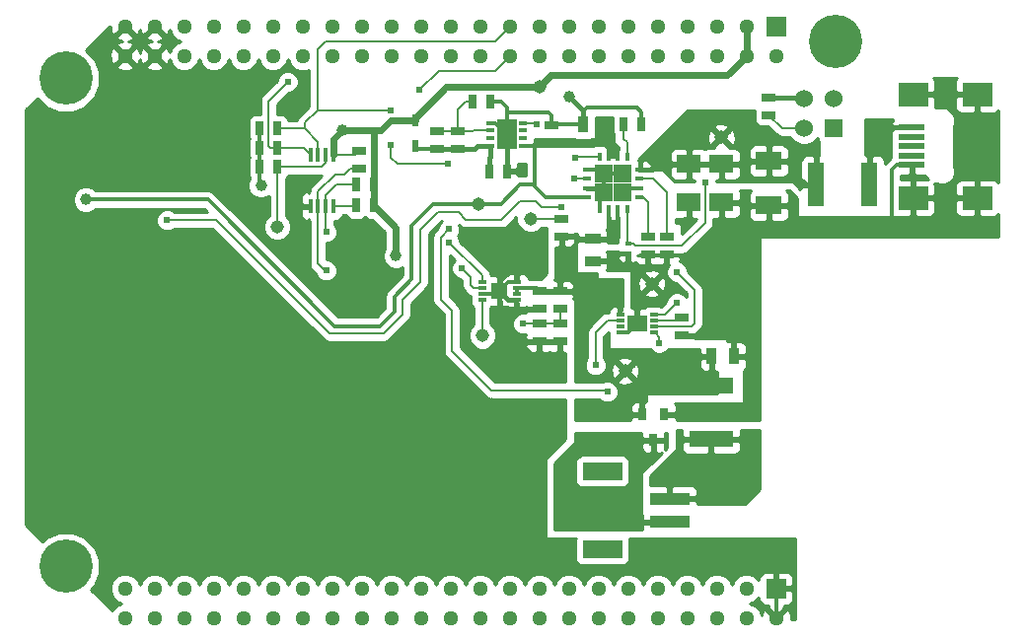
<source format=gbl>
G04 (created by PCBNEW (2013-05-31 BZR 4019)-stable) date 1/30/2014 2:02:55 PM*
%MOIN*%
G04 Gerber Fmt 3.4, Leading zero omitted, Abs format*
%FSLAX34Y34*%
G01*
G70*
G90*
G04 APERTURE LIST*
%ADD10C,0.00590551*%
%ADD11C,0.18*%
%ADD12R,0.065X0.065*%
%ADD13C,0.0512*%
%ADD14R,0.0295X0.0117*%
%ADD15R,0.0535X0.0574*%
%ADD16R,0.0315X0.0394*%
%ADD17R,0.025X0.045*%
%ADD18R,0.045X0.025*%
%ADD19R,0.1377X0.0392*%
%ADD20R,0.1377X0.0393*%
%ADD21R,0.1338X0.059*%
%ADD22R,0.1337X0.059*%
%ADD23C,0.045*%
%ADD24R,0.06X0.06*%
%ADD25C,0.06*%
%ADD26R,0.0906X0.0197*%
%ADD27R,0.0984X0.0787*%
%ADD28R,0.055X0.15*%
%ADD29R,0.15X0.055*%
%ADD30R,0.08X0.06*%
%ADD31R,0.055X0.035*%
%ADD32R,0.0688X0.057*%
%ADD33R,0.035X0.055*%
%ADD34R,0.016X0.05*%
%ADD35R,0.0275591X0.0137795*%
%ADD36R,0.0669291X0.0984252*%
%ADD37R,0.0866X0.063*%
%ADD38R,0.0236X0.0394*%
%ADD39R,0.0141732X0.0314961*%
%ADD40R,0.0314961X0.0141732*%
%ADD41R,0.0639764X0.0639764*%
%ADD42R,0.0236X0.0157*%
%ADD43C,0.039*%
%ADD44C,0.024*%
%ADD45C,0.05*%
%ADD46C,0.024*%
%ADD47C,0.012*%
%ADD48C,0.008*%
%ADD49C,0.016*%
%ADD50C,0.01*%
G04 APERTURE END LIST*
G54D10*
G54D11*
X74350Y-45650D03*
X100350Y-44400D03*
X74350Y-62150D03*
G54D12*
X98350Y-43900D03*
G54D13*
X98350Y-44900D03*
X97350Y-43900D03*
X97350Y-44900D03*
X96350Y-43900D03*
X96350Y-44900D03*
X95350Y-43900D03*
X95350Y-44900D03*
X94350Y-43900D03*
X94350Y-44900D03*
X93350Y-43900D03*
X93350Y-44900D03*
X92350Y-43900D03*
X92350Y-44900D03*
X91350Y-43900D03*
X91350Y-44900D03*
X90350Y-43900D03*
X90350Y-44900D03*
X89350Y-43900D03*
X89350Y-44900D03*
X88350Y-43900D03*
X88350Y-44900D03*
X87350Y-43900D03*
X87350Y-44900D03*
X86350Y-43900D03*
X86350Y-44900D03*
X85350Y-43900D03*
X85350Y-44900D03*
X84350Y-43900D03*
X84350Y-44900D03*
X83350Y-43900D03*
X83350Y-44900D03*
X82350Y-43900D03*
X82350Y-44900D03*
X81350Y-43900D03*
X81350Y-44900D03*
X80350Y-43900D03*
X80350Y-44900D03*
X79350Y-43900D03*
X79350Y-44900D03*
X78350Y-43900D03*
X78350Y-44900D03*
X77350Y-43900D03*
X77350Y-44900D03*
X76350Y-43900D03*
X76350Y-44900D03*
G54D12*
X98350Y-62900D03*
G54D13*
X98350Y-63900D03*
X97350Y-62900D03*
X97350Y-63900D03*
X96350Y-62900D03*
X96350Y-63900D03*
X95350Y-62900D03*
X95350Y-63900D03*
X94350Y-62900D03*
X94350Y-63900D03*
X93350Y-62900D03*
X93350Y-63900D03*
X92350Y-62900D03*
X92350Y-63900D03*
X91350Y-62900D03*
X91350Y-63900D03*
X90350Y-62900D03*
X90350Y-63900D03*
X89350Y-62900D03*
X89350Y-63900D03*
X88350Y-62900D03*
X88350Y-63900D03*
X87350Y-62900D03*
X87350Y-63900D03*
X86350Y-62900D03*
X86350Y-63900D03*
X85350Y-62900D03*
X85350Y-63900D03*
X84350Y-62900D03*
X84350Y-63900D03*
X83350Y-62900D03*
X83350Y-63900D03*
X82350Y-62900D03*
X82350Y-63900D03*
X81350Y-62900D03*
X81350Y-63900D03*
X80350Y-62900D03*
X80350Y-63900D03*
X79350Y-62900D03*
X79350Y-63900D03*
X78350Y-62900D03*
X78350Y-63900D03*
X77350Y-62900D03*
X77350Y-63900D03*
X76350Y-62900D03*
X76350Y-63900D03*
G54D14*
X89590Y-52555D03*
X89590Y-52753D03*
X89590Y-52947D03*
X89590Y-53145D03*
X88410Y-53145D03*
X88410Y-52947D03*
X88410Y-52753D03*
X88410Y-52555D03*
G54D15*
X89000Y-52850D03*
G54D16*
X94200Y-57883D03*
X94575Y-57017D03*
X93825Y-57017D03*
G54D17*
X80900Y-48650D03*
X81500Y-48650D03*
X80900Y-47350D03*
X81500Y-47350D03*
G54D18*
X91100Y-51000D03*
X91100Y-50400D03*
G54D17*
X80900Y-48000D03*
X81500Y-48000D03*
G54D18*
X91050Y-53950D03*
X91050Y-54550D03*
X91050Y-52850D03*
X91050Y-53450D03*
G54D17*
X84750Y-49950D03*
X84150Y-49950D03*
X84750Y-49250D03*
X84150Y-49250D03*
G54D18*
X98100Y-46900D03*
X98100Y-46300D03*
G54D17*
X88700Y-46450D03*
X88100Y-46450D03*
G54D18*
X87600Y-48050D03*
X87600Y-47450D03*
X84250Y-48100D03*
X84250Y-48700D03*
G54D19*
X94750Y-60644D03*
G54D20*
X94750Y-59856D03*
G54D21*
X92487Y-61567D03*
G54D22*
X92487Y-58932D03*
G54D23*
X81500Y-50675D03*
X96500Y-47650D03*
X90350Y-45950D03*
X90050Y-50400D03*
X88300Y-49900D03*
X88425Y-54350D03*
X94150Y-52600D03*
X93250Y-55550D03*
G54D24*
X100300Y-47350D03*
G54D25*
X99300Y-47350D03*
X100300Y-46350D03*
X99300Y-46350D03*
G54D18*
X95150Y-53750D03*
X95150Y-54350D03*
X90350Y-52850D03*
X90350Y-53450D03*
G54D26*
X102942Y-47320D03*
X102942Y-47635D03*
X102942Y-47950D03*
X102942Y-48265D03*
X102942Y-48580D03*
G54D27*
X102981Y-46198D03*
X105146Y-46198D03*
X102981Y-49702D03*
X105146Y-49702D03*
G54D18*
X86900Y-48050D03*
X86900Y-47450D03*
G54D28*
X99700Y-49250D03*
X101500Y-49250D03*
G54D29*
X96150Y-56050D03*
X96150Y-57850D03*
G54D30*
X96500Y-48550D03*
X96500Y-49850D03*
G54D31*
X92150Y-51075D03*
X92150Y-51825D03*
G54D14*
X93080Y-54245D03*
X93080Y-54047D03*
X93080Y-53853D03*
X93080Y-53655D03*
X94220Y-53655D03*
X94220Y-53853D03*
X94220Y-54047D03*
X94220Y-54245D03*
G54D32*
X93650Y-53950D03*
G54D18*
X94025Y-51000D03*
X94025Y-51600D03*
G54D17*
X93800Y-47200D03*
X93200Y-47200D03*
G54D30*
X95400Y-48550D03*
X95400Y-49850D03*
G54D33*
X96175Y-55050D03*
X96925Y-55050D03*
X92575Y-47200D03*
X91825Y-47200D03*
G54D34*
X83385Y-49975D03*
X83130Y-49975D03*
X82870Y-49975D03*
X82615Y-49975D03*
X82615Y-48225D03*
X82870Y-48225D03*
X83130Y-48225D03*
X83385Y-48225D03*
G54D35*
X88694Y-47933D03*
X88694Y-47677D03*
X88694Y-47422D03*
X88694Y-47166D03*
X89805Y-47166D03*
X89805Y-47422D03*
X89805Y-47677D03*
X89805Y-47933D03*
G54D36*
X89250Y-47550D03*
G54D37*
X98100Y-49948D03*
X98100Y-48452D03*
G54D38*
X86150Y-47067D03*
X86150Y-47933D03*
G54D18*
X90350Y-53950D03*
X90350Y-54550D03*
G54D17*
X88650Y-48800D03*
X89250Y-48800D03*
G54D39*
X93322Y-50085D03*
X93007Y-50085D03*
X92692Y-50085D03*
X92377Y-50085D03*
G54D40*
X91964Y-49357D03*
X91964Y-49042D03*
X91964Y-48727D03*
G54D39*
X92377Y-48314D03*
X92692Y-48314D03*
G54D41*
X92530Y-49519D03*
X93169Y-49519D03*
X93169Y-48880D03*
X92530Y-48880D03*
G54D39*
X93007Y-48314D03*
X93322Y-48314D03*
G54D40*
X93735Y-48727D03*
X93735Y-49042D03*
X93735Y-49357D03*
X93735Y-49672D03*
X91964Y-49672D03*
G54D42*
X93350Y-51223D03*
X93350Y-51577D03*
G54D18*
X94650Y-51000D03*
X94650Y-51600D03*
X90750Y-47850D03*
X90750Y-47250D03*
G54D43*
X85500Y-51650D03*
X80950Y-49275D03*
X83700Y-47400D03*
X95350Y-55200D03*
G54D44*
X83150Y-50850D03*
X83150Y-52150D03*
X95000Y-52200D03*
X90250Y-47200D03*
X89800Y-53950D03*
G54D43*
X75025Y-49750D03*
G54D44*
X87300Y-50750D03*
X92650Y-56250D03*
X85325Y-46725D03*
X87725Y-52075D03*
X87300Y-51200D03*
X86300Y-46050D03*
X81850Y-45775D03*
X95950Y-49175D03*
X91550Y-48325D03*
X87275Y-48550D03*
X85325Y-47900D03*
X95000Y-53250D03*
X94400Y-54600D03*
X92250Y-55350D03*
X77775Y-50450D03*
X91100Y-50000D03*
X91525Y-49025D03*
G54D43*
X91375Y-46275D03*
X95250Y-50550D03*
X89250Y-47550D03*
X93169Y-49519D03*
X93169Y-48880D03*
X92530Y-49519D03*
X92530Y-48880D03*
X84260Y-53320D03*
G54D45*
X89550Y-52000D03*
G54D46*
X84750Y-49250D02*
X84750Y-47400D01*
X84750Y-47400D02*
X84700Y-47400D01*
X85500Y-50700D02*
X85500Y-51650D01*
X85500Y-50700D02*
X84750Y-49950D01*
G54D47*
X80900Y-48650D02*
X80900Y-49225D01*
X80900Y-49225D02*
X80950Y-49275D01*
G54D48*
X83385Y-48225D02*
X84125Y-48225D01*
X84125Y-48225D02*
X84250Y-48100D01*
G54D46*
X83700Y-47400D02*
X84700Y-47400D01*
X84700Y-47400D02*
X85000Y-47400D01*
X85000Y-47400D02*
X85333Y-47067D01*
X85333Y-47067D02*
X86150Y-47067D01*
G54D47*
X80900Y-48000D02*
X80900Y-47350D01*
X80900Y-48650D02*
X80900Y-48000D01*
X90350Y-45950D02*
X90350Y-45925D01*
G54D46*
X96700Y-45550D02*
X97350Y-44900D01*
X90725Y-45550D02*
X96700Y-45550D01*
X90350Y-45925D02*
X90725Y-45550D01*
X83385Y-48225D02*
X83385Y-47715D01*
X83385Y-47715D02*
X83700Y-47400D01*
G54D47*
X86150Y-47067D02*
X86150Y-47000D01*
G54D46*
X87200Y-45950D02*
X90350Y-45950D01*
X86150Y-47000D02*
X87200Y-45950D01*
X97350Y-43900D02*
X97350Y-44900D01*
X84750Y-49950D02*
X84750Y-49250D01*
G54D47*
X93080Y-53655D02*
X93080Y-53160D01*
X92770Y-52850D02*
X91050Y-52850D01*
X93080Y-53160D02*
X92770Y-52850D01*
X95850Y-55050D02*
X96175Y-55050D01*
X95350Y-55200D02*
X95700Y-55200D01*
X95700Y-55200D02*
X95850Y-55050D01*
X92692Y-50085D02*
X92692Y-51075D01*
X92150Y-51075D02*
X92692Y-51075D01*
X92692Y-51075D02*
X92875Y-51075D01*
X93007Y-50942D02*
X93007Y-50085D01*
X92875Y-51075D02*
X93007Y-50942D01*
X89590Y-52947D02*
X89590Y-52753D01*
X89590Y-52753D02*
X89897Y-52753D01*
X89897Y-52753D02*
X90253Y-52753D01*
X90253Y-52753D02*
X90350Y-52850D01*
X90253Y-52753D02*
X90350Y-52850D01*
G54D49*
X96175Y-55050D02*
X96175Y-56025D01*
X96175Y-56025D02*
X96150Y-56050D01*
X93825Y-57017D02*
X93825Y-56375D01*
X93825Y-56375D02*
X94150Y-56050D01*
X94150Y-56050D02*
X96150Y-56050D01*
G54D48*
X83385Y-49975D02*
X84125Y-49975D01*
X84125Y-49975D02*
X84150Y-49950D01*
X83130Y-49975D02*
X83130Y-50830D01*
X83130Y-50830D02*
X83150Y-50850D01*
X83130Y-49975D02*
X83130Y-49620D01*
X83500Y-49250D02*
X84150Y-49250D01*
X83130Y-49620D02*
X83500Y-49250D01*
X82870Y-49975D02*
X82870Y-51920D01*
X83100Y-52150D02*
X83150Y-52150D01*
X82870Y-51920D02*
X83100Y-52150D01*
X82870Y-49975D02*
X82870Y-49480D01*
X83950Y-48700D02*
X84250Y-48700D01*
X83750Y-48900D02*
X83950Y-48700D01*
X83450Y-48900D02*
X83750Y-48900D01*
X82870Y-49480D02*
X83450Y-48900D01*
G54D49*
X94750Y-59856D02*
X95594Y-59856D01*
X96150Y-59300D02*
X96150Y-57850D01*
X95594Y-59856D02*
X96150Y-59300D01*
X94750Y-60644D02*
X93844Y-60644D01*
X93844Y-60644D02*
X93650Y-60450D01*
X93650Y-60450D02*
X93650Y-58950D01*
X93650Y-58950D02*
X94200Y-58400D01*
X94200Y-58400D02*
X94200Y-57883D01*
G54D48*
X99300Y-47350D02*
X98550Y-47350D01*
X98550Y-47350D02*
X98100Y-46900D01*
X95600Y-52800D02*
X95000Y-52200D01*
X95600Y-53950D02*
X95600Y-52800D01*
X95503Y-54047D02*
X95600Y-53950D01*
X94220Y-54047D02*
X95503Y-54047D01*
X90216Y-47166D02*
X89805Y-47166D01*
X90250Y-47200D02*
X90216Y-47166D01*
X91100Y-50400D02*
X90050Y-50400D01*
X87600Y-47450D02*
X87600Y-46700D01*
X87850Y-46450D02*
X88100Y-46450D01*
X87600Y-46700D02*
X87850Y-46450D01*
X87600Y-47450D02*
X86900Y-47450D01*
X88694Y-47422D02*
X88127Y-47422D01*
X88100Y-47450D02*
X87600Y-47450D01*
X88127Y-47422D02*
X88100Y-47450D01*
X93322Y-48314D02*
X93322Y-47822D01*
X93200Y-47700D02*
X93200Y-47200D01*
X93322Y-47822D02*
X93200Y-47700D01*
X93735Y-49672D02*
X93872Y-49672D01*
X94025Y-49825D02*
X94025Y-51000D01*
X93872Y-49672D02*
X94025Y-49825D01*
X89800Y-53950D02*
X90350Y-53950D01*
X91050Y-53950D02*
X90350Y-53950D01*
X91050Y-53450D02*
X91050Y-53950D01*
X94220Y-53853D02*
X95047Y-53853D01*
X95047Y-53853D02*
X95150Y-53750D01*
G54D47*
X86025Y-50850D02*
X86025Y-50650D01*
X86025Y-50850D02*
X86025Y-52450D01*
X86025Y-52450D02*
X85450Y-53025D01*
X85450Y-53025D02*
X85450Y-53550D01*
X85450Y-53550D02*
X84975Y-54025D01*
X84975Y-54025D02*
X83425Y-54025D01*
X83425Y-54025D02*
X79150Y-49750D01*
X79150Y-49750D02*
X75025Y-49750D01*
X86775Y-49900D02*
X88300Y-49900D01*
X86025Y-50650D02*
X86775Y-49900D01*
X88300Y-49900D02*
X89050Y-49900D01*
X89700Y-49250D02*
X90200Y-49250D01*
X89050Y-49900D02*
X89700Y-49250D01*
X93007Y-48314D02*
X93007Y-48007D01*
G54D49*
X92575Y-47850D02*
X92575Y-47875D01*
G54D47*
X92850Y-47850D02*
X92575Y-47850D01*
X93007Y-48007D02*
X92850Y-47850D01*
X91964Y-49672D02*
X90572Y-49672D01*
X90200Y-49300D02*
X90200Y-49250D01*
X90200Y-49250D02*
X90200Y-47933D01*
X90572Y-49672D02*
X90200Y-49300D01*
X89805Y-47933D02*
X90200Y-47933D01*
X90200Y-47933D02*
X90216Y-47933D01*
X90300Y-47850D02*
X90750Y-47850D01*
X90216Y-47933D02*
X90300Y-47850D01*
G54D49*
X92692Y-48314D02*
X92692Y-47992D01*
X92692Y-47992D02*
X92575Y-47875D01*
X92575Y-47875D02*
X92575Y-47200D01*
G54D48*
X87025Y-51025D02*
X87300Y-50750D01*
X87025Y-53125D02*
X87400Y-53500D01*
X92600Y-56200D02*
X88725Y-56200D01*
X87400Y-53500D02*
X87400Y-54875D01*
X87400Y-54875D02*
X88725Y-56200D01*
X87025Y-53125D02*
X87025Y-51025D01*
X92600Y-56200D02*
X92650Y-56250D01*
X92650Y-56250D02*
X92600Y-56200D01*
G54D47*
X86900Y-48050D02*
X86267Y-48050D01*
X86267Y-48050D02*
X86150Y-47933D01*
G54D49*
X87600Y-48050D02*
X86900Y-48050D01*
X88694Y-47933D02*
X88266Y-47933D01*
X88150Y-48050D02*
X87600Y-48050D01*
X88266Y-47933D02*
X88150Y-48050D01*
X88694Y-47933D02*
X88694Y-48305D01*
X88650Y-48350D02*
X88650Y-48800D01*
X88694Y-48305D02*
X88650Y-48350D01*
G54D48*
X88025Y-52375D02*
X87725Y-52075D01*
X88025Y-52375D02*
X88025Y-52650D01*
X88025Y-52650D02*
X88128Y-52753D01*
X88410Y-52753D02*
X88128Y-52753D01*
X85325Y-46725D02*
X82850Y-46725D01*
X89350Y-43900D02*
X88850Y-44400D01*
X82425Y-47150D02*
X82425Y-47350D01*
X82850Y-46725D02*
X82425Y-47150D01*
X82850Y-44675D02*
X82850Y-46725D01*
X83125Y-44400D02*
X82850Y-44675D01*
X88850Y-44400D02*
X83125Y-44400D01*
X81500Y-47350D02*
X82425Y-47350D01*
X82870Y-47795D02*
X82870Y-48225D01*
X82425Y-47350D02*
X82870Y-47795D01*
X89350Y-44900D02*
X88850Y-45400D01*
X88410Y-52310D02*
X88410Y-52555D01*
X88410Y-52310D02*
X87300Y-51200D01*
X86950Y-45400D02*
X86300Y-46050D01*
X88850Y-45400D02*
X86950Y-45400D01*
X81500Y-48000D02*
X81250Y-48000D01*
X81200Y-46425D02*
X81850Y-45775D01*
X81200Y-47950D02*
X81200Y-46425D01*
X81250Y-48000D02*
X81200Y-47950D01*
X81500Y-48000D02*
X82390Y-48000D01*
X82390Y-48000D02*
X82615Y-48225D01*
X94650Y-51000D02*
X94650Y-49500D01*
X94192Y-49042D02*
X93735Y-49042D01*
X94650Y-49500D02*
X94192Y-49042D01*
X93523Y-51223D02*
X93600Y-51300D01*
X93600Y-51300D02*
X95175Y-51300D01*
X95175Y-51300D02*
X95950Y-50525D01*
X93523Y-51223D02*
X93350Y-51223D01*
X95950Y-49175D02*
X95950Y-50525D01*
X93322Y-50085D02*
X93322Y-51195D01*
X93322Y-51195D02*
X93350Y-51223D01*
G54D49*
X99700Y-49250D02*
X99350Y-49250D01*
X99350Y-49250D02*
X99100Y-49000D01*
X99100Y-49000D02*
X99100Y-48700D01*
X99100Y-48700D02*
X98852Y-48452D01*
X98852Y-48452D02*
X98100Y-48452D01*
X95400Y-48550D02*
X96500Y-48550D01*
X95400Y-48550D02*
X94327Y-48550D01*
X94150Y-48727D02*
X93735Y-48727D01*
X94327Y-48550D02*
X94150Y-48727D01*
X98100Y-48452D02*
X97298Y-48452D01*
X97298Y-48452D02*
X97200Y-48550D01*
X97200Y-48550D02*
X96500Y-48550D01*
X102942Y-47320D02*
X102130Y-47320D01*
X102130Y-47320D02*
X101500Y-47950D01*
X101500Y-47950D02*
X101500Y-49250D01*
G54D48*
X81500Y-48650D02*
X81500Y-50675D01*
X81500Y-48650D02*
X83000Y-48650D01*
X83130Y-48520D02*
X83130Y-48225D01*
X83130Y-48520D02*
X83000Y-48650D01*
X88410Y-53145D02*
X88410Y-54335D01*
X88410Y-54335D02*
X88425Y-54350D01*
X91560Y-48314D02*
X91550Y-48325D01*
X87275Y-48550D02*
X85550Y-48550D01*
X85550Y-48550D02*
X85325Y-48325D01*
X85325Y-48325D02*
X85325Y-47900D01*
X91560Y-48314D02*
X92377Y-48314D01*
X94595Y-53655D02*
X95000Y-53250D01*
X94595Y-53655D02*
X94220Y-53655D01*
X94400Y-54600D02*
X94400Y-54450D01*
X94400Y-54450D02*
X94400Y-54500D01*
X94245Y-54245D02*
X94220Y-54245D01*
X94400Y-54400D02*
X94245Y-54245D01*
X94400Y-54450D02*
X94400Y-54400D01*
X93080Y-53853D02*
X92647Y-53853D01*
X92250Y-54250D02*
X92250Y-55350D01*
X92647Y-53853D02*
X92250Y-54250D01*
X87625Y-50175D02*
X86925Y-50175D01*
X86925Y-50175D02*
X86325Y-50775D01*
X86325Y-50775D02*
X86325Y-52550D01*
X86325Y-52550D02*
X85725Y-53150D01*
X85725Y-53150D02*
X85725Y-53650D01*
X85725Y-53650D02*
X85100Y-54275D01*
X85100Y-54275D02*
X83250Y-54275D01*
X83250Y-54275D02*
X79425Y-50450D01*
X79425Y-50450D02*
X77775Y-50450D01*
X91542Y-49042D02*
X91964Y-49042D01*
X89075Y-50425D02*
X87875Y-50425D01*
X89700Y-49800D02*
X89075Y-50425D01*
X90225Y-49800D02*
X89700Y-49800D01*
X90425Y-50000D02*
X90225Y-49800D01*
X91100Y-50000D02*
X90425Y-50000D01*
X91542Y-49042D02*
X91525Y-49025D01*
X87875Y-50425D02*
X87625Y-50175D01*
G54D49*
X98100Y-46300D02*
X99250Y-46300D01*
X99250Y-46300D02*
X99300Y-46350D01*
X91825Y-47200D02*
X91825Y-46725D01*
X91825Y-46725D02*
X91375Y-46275D01*
G54D47*
X95400Y-49850D02*
X95400Y-50400D01*
X95400Y-50400D02*
X95250Y-50550D01*
X90350Y-54550D02*
X89750Y-54550D01*
X89350Y-54150D02*
X89350Y-53450D01*
X89750Y-54550D02*
X89350Y-54150D01*
X91825Y-47200D02*
X91825Y-46775D01*
X93800Y-46800D02*
X93800Y-47200D01*
X93650Y-46650D02*
X93800Y-46800D01*
X91950Y-46650D02*
X93650Y-46650D01*
X91825Y-46775D02*
X91950Y-46650D01*
X98350Y-62900D02*
X98350Y-63900D01*
X92377Y-50085D02*
X92377Y-49672D01*
X92377Y-49672D02*
X92530Y-49519D01*
X93735Y-49357D02*
X93332Y-49357D01*
X93332Y-49357D02*
X93169Y-49519D01*
X91964Y-48727D02*
X92377Y-48727D01*
X92377Y-48727D02*
X92530Y-48880D01*
X92530Y-48880D02*
X93169Y-48880D01*
X82615Y-49975D02*
X82245Y-49975D01*
X82245Y-49975D02*
X82140Y-50080D01*
X82140Y-50080D02*
X82140Y-51940D01*
X82140Y-51940D02*
X83520Y-53320D01*
X83520Y-53320D02*
X84260Y-53320D01*
X89000Y-52850D02*
X89000Y-52550D01*
X89000Y-52550D02*
X89550Y-52000D01*
X89590Y-52555D02*
X89295Y-52555D01*
X89295Y-52555D02*
X89000Y-52850D01*
X88410Y-52947D02*
X88903Y-52947D01*
X88903Y-52947D02*
X89000Y-52850D01*
X102942Y-48580D02*
X102420Y-48580D01*
X98100Y-50500D02*
X98100Y-49948D01*
X98250Y-50650D02*
X98100Y-50500D01*
X102050Y-50650D02*
X98250Y-50650D01*
X102250Y-50450D02*
X102050Y-50650D01*
X102250Y-48750D02*
X102250Y-50450D01*
X102420Y-48580D02*
X102250Y-48750D01*
X91825Y-47200D02*
X90800Y-47200D01*
X90800Y-47200D02*
X90750Y-47250D01*
X90750Y-47250D02*
X90750Y-46900D01*
X90650Y-46800D02*
X89250Y-46800D01*
X90750Y-46900D02*
X90650Y-46800D01*
X88694Y-47166D02*
X88866Y-47166D01*
X88866Y-47166D02*
X89250Y-47550D01*
X88700Y-46450D02*
X89050Y-46450D01*
X89250Y-46650D02*
X89250Y-46800D01*
X89250Y-46800D02*
X89250Y-47550D01*
X89050Y-46450D02*
X89250Y-46650D01*
X91050Y-54550D02*
X90350Y-54550D01*
X92530Y-48880D02*
X92530Y-49519D01*
X93080Y-54245D02*
X93355Y-54245D01*
X93355Y-54245D02*
X93650Y-53950D01*
G54D49*
X89250Y-47550D02*
X89250Y-48800D01*
X89590Y-53145D02*
X89295Y-53145D01*
X89295Y-53145D02*
X89000Y-52850D01*
X90350Y-53450D02*
X89350Y-53450D01*
X89350Y-53450D02*
X89100Y-53450D01*
X89000Y-53350D02*
X89000Y-52850D01*
X89000Y-53350D02*
X89100Y-53450D01*
X95150Y-54350D02*
X96700Y-54350D01*
X96925Y-54575D02*
X96925Y-55050D01*
X96700Y-54350D02*
X96925Y-54575D01*
X91964Y-49357D02*
X92367Y-49357D01*
X92367Y-49357D02*
X92530Y-49519D01*
G54D10*
G36*
X99800Y-48262D02*
X99750Y-48312D01*
X99750Y-49200D01*
X99757Y-49200D01*
X99757Y-49300D01*
X99750Y-49300D01*
X99750Y-49307D01*
X99650Y-49307D01*
X99650Y-49300D01*
X99650Y-49200D01*
X99650Y-48312D01*
X99587Y-48250D01*
X99375Y-48249D01*
X99283Y-48287D01*
X99213Y-48358D01*
X99175Y-48450D01*
X99174Y-48549D01*
X99175Y-49137D01*
X99237Y-49200D01*
X99650Y-49200D01*
X99650Y-49300D01*
X99237Y-49300D01*
X99175Y-49362D01*
X99174Y-49404D01*
X98920Y-49150D01*
X98783Y-49150D01*
X98783Y-48816D01*
X98783Y-48087D01*
X98745Y-47995D01*
X98674Y-47925D01*
X98582Y-47887D01*
X98483Y-47886D01*
X98212Y-47887D01*
X98150Y-47949D01*
X98150Y-48402D01*
X98720Y-48402D01*
X98783Y-48339D01*
X98783Y-48087D01*
X98783Y-48816D01*
X98783Y-48564D01*
X98720Y-48502D01*
X98150Y-48502D01*
X98150Y-48954D01*
X98212Y-49017D01*
X98483Y-49017D01*
X98582Y-49016D01*
X98674Y-48978D01*
X98745Y-48908D01*
X98783Y-48816D01*
X98783Y-49150D01*
X98050Y-49150D01*
X98050Y-48954D01*
X98050Y-48502D01*
X98050Y-48402D01*
X98050Y-47949D01*
X97987Y-47887D01*
X97716Y-47886D01*
X97617Y-47887D01*
X97525Y-47925D01*
X97454Y-47995D01*
X97416Y-48087D01*
X97417Y-48339D01*
X97479Y-48402D01*
X98050Y-48402D01*
X98050Y-48502D01*
X97479Y-48502D01*
X97417Y-48564D01*
X97416Y-48816D01*
X97454Y-48908D01*
X97525Y-48978D01*
X97617Y-49016D01*
X97716Y-49017D01*
X97987Y-49017D01*
X98050Y-48954D01*
X98050Y-49150D01*
X97150Y-49150D01*
X97150Y-48899D01*
X97150Y-48200D01*
X97112Y-48108D01*
X97041Y-48038D01*
X96980Y-48012D01*
X96980Y-47713D01*
X96967Y-47525D01*
X96919Y-47407D01*
X96831Y-47389D01*
X96760Y-47459D01*
X96760Y-47318D01*
X96742Y-47230D01*
X96563Y-47169D01*
X96375Y-47182D01*
X96257Y-47230D01*
X96239Y-47318D01*
X96500Y-47579D01*
X96760Y-47318D01*
X96760Y-47459D01*
X96570Y-47650D01*
X96831Y-47910D01*
X96919Y-47892D01*
X96980Y-47713D01*
X96980Y-48012D01*
X96949Y-48000D01*
X96850Y-47999D01*
X96756Y-47999D01*
X96760Y-47981D01*
X96500Y-47720D01*
X96429Y-47791D01*
X96429Y-47650D01*
X96168Y-47389D01*
X96080Y-47407D01*
X96019Y-47586D01*
X96032Y-47774D01*
X96080Y-47892D01*
X96168Y-47910D01*
X96429Y-47650D01*
X96429Y-47791D01*
X96239Y-47981D01*
X96243Y-47999D01*
X96149Y-47999D01*
X96050Y-48000D01*
X95958Y-48038D01*
X95950Y-48046D01*
X95941Y-48038D01*
X95849Y-48000D01*
X95750Y-47999D01*
X95512Y-48000D01*
X95450Y-48062D01*
X95450Y-48500D01*
X95912Y-48500D01*
X95987Y-48500D01*
X96450Y-48500D01*
X96450Y-48492D01*
X96550Y-48492D01*
X96550Y-48500D01*
X97087Y-48500D01*
X97150Y-48437D01*
X97150Y-48200D01*
X97150Y-48899D01*
X97150Y-48662D01*
X97087Y-48600D01*
X96550Y-48600D01*
X96550Y-49037D01*
X96612Y-49100D01*
X96850Y-49100D01*
X96949Y-49099D01*
X97041Y-49061D01*
X97112Y-48991D01*
X97150Y-48899D01*
X97150Y-49150D01*
X96320Y-49150D01*
X96320Y-49101D01*
X96319Y-49100D01*
X96387Y-49100D01*
X96450Y-49037D01*
X96450Y-48600D01*
X95987Y-48600D01*
X95912Y-48600D01*
X95450Y-48600D01*
X95450Y-49037D01*
X95512Y-49100D01*
X95580Y-49100D01*
X95580Y-49101D01*
X95580Y-49150D01*
X95350Y-49150D01*
X95350Y-49037D01*
X95350Y-48600D01*
X95350Y-48500D01*
X95350Y-48062D01*
X95287Y-48000D01*
X95049Y-47999D01*
X94950Y-48000D01*
X94858Y-48038D01*
X94787Y-48108D01*
X94749Y-48200D01*
X94750Y-48437D01*
X94812Y-48500D01*
X95350Y-48500D01*
X95350Y-48600D01*
X94812Y-48600D01*
X94750Y-48662D01*
X94749Y-48899D01*
X94787Y-48991D01*
X94858Y-49061D01*
X94950Y-49099D01*
X95049Y-49100D01*
X95287Y-49100D01*
X95350Y-49037D01*
X95350Y-49150D01*
X94920Y-49150D01*
X94585Y-48814D01*
X94520Y-48750D01*
X94143Y-48750D01*
X94143Y-48750D01*
X94143Y-48750D01*
X94143Y-48629D01*
X94143Y-48606D01*
X94105Y-48514D01*
X94034Y-48444D01*
X93942Y-48406D01*
X93848Y-48406D01*
X93785Y-48469D01*
X93785Y-48692D01*
X94080Y-48692D01*
X94143Y-48629D01*
X94143Y-48750D01*
X94011Y-48750D01*
X93943Y-48721D01*
X93843Y-48721D01*
X93739Y-48721D01*
X93739Y-48510D01*
X93701Y-48418D01*
X94335Y-47785D01*
X95370Y-46750D01*
X97625Y-46750D01*
X97624Y-46824D01*
X97624Y-47074D01*
X97662Y-47166D01*
X97733Y-47236D01*
X97825Y-47274D01*
X97924Y-47275D01*
X98064Y-47275D01*
X98344Y-47555D01*
X98439Y-47617D01*
X98550Y-47640D01*
X98824Y-47640D01*
X98833Y-47661D01*
X98988Y-47815D01*
X99190Y-47899D01*
X99408Y-47900D01*
X99611Y-47816D01*
X99749Y-47677D01*
X99749Y-47699D01*
X99787Y-47791D01*
X99800Y-47803D01*
X99800Y-48262D01*
X99800Y-48262D01*
G37*
G54D50*
X99800Y-48262D02*
X99750Y-48312D01*
X99750Y-49200D01*
X99757Y-49200D01*
X99757Y-49300D01*
X99750Y-49300D01*
X99750Y-49307D01*
X99650Y-49307D01*
X99650Y-49300D01*
X99650Y-49200D01*
X99650Y-48312D01*
X99587Y-48250D01*
X99375Y-48249D01*
X99283Y-48287D01*
X99213Y-48358D01*
X99175Y-48450D01*
X99174Y-48549D01*
X99175Y-49137D01*
X99237Y-49200D01*
X99650Y-49200D01*
X99650Y-49300D01*
X99237Y-49300D01*
X99175Y-49362D01*
X99174Y-49404D01*
X98920Y-49150D01*
X98783Y-49150D01*
X98783Y-48816D01*
X98783Y-48087D01*
X98745Y-47995D01*
X98674Y-47925D01*
X98582Y-47887D01*
X98483Y-47886D01*
X98212Y-47887D01*
X98150Y-47949D01*
X98150Y-48402D01*
X98720Y-48402D01*
X98783Y-48339D01*
X98783Y-48087D01*
X98783Y-48816D01*
X98783Y-48564D01*
X98720Y-48502D01*
X98150Y-48502D01*
X98150Y-48954D01*
X98212Y-49017D01*
X98483Y-49017D01*
X98582Y-49016D01*
X98674Y-48978D01*
X98745Y-48908D01*
X98783Y-48816D01*
X98783Y-49150D01*
X98050Y-49150D01*
X98050Y-48954D01*
X98050Y-48502D01*
X98050Y-48402D01*
X98050Y-47949D01*
X97987Y-47887D01*
X97716Y-47886D01*
X97617Y-47887D01*
X97525Y-47925D01*
X97454Y-47995D01*
X97416Y-48087D01*
X97417Y-48339D01*
X97479Y-48402D01*
X98050Y-48402D01*
X98050Y-48502D01*
X97479Y-48502D01*
X97417Y-48564D01*
X97416Y-48816D01*
X97454Y-48908D01*
X97525Y-48978D01*
X97617Y-49016D01*
X97716Y-49017D01*
X97987Y-49017D01*
X98050Y-48954D01*
X98050Y-49150D01*
X97150Y-49150D01*
X97150Y-48899D01*
X97150Y-48200D01*
X97112Y-48108D01*
X97041Y-48038D01*
X96980Y-48012D01*
X96980Y-47713D01*
X96967Y-47525D01*
X96919Y-47407D01*
X96831Y-47389D01*
X96760Y-47459D01*
X96760Y-47318D01*
X96742Y-47230D01*
X96563Y-47169D01*
X96375Y-47182D01*
X96257Y-47230D01*
X96239Y-47318D01*
X96500Y-47579D01*
X96760Y-47318D01*
X96760Y-47459D01*
X96570Y-47650D01*
X96831Y-47910D01*
X96919Y-47892D01*
X96980Y-47713D01*
X96980Y-48012D01*
X96949Y-48000D01*
X96850Y-47999D01*
X96756Y-47999D01*
X96760Y-47981D01*
X96500Y-47720D01*
X96429Y-47791D01*
X96429Y-47650D01*
X96168Y-47389D01*
X96080Y-47407D01*
X96019Y-47586D01*
X96032Y-47774D01*
X96080Y-47892D01*
X96168Y-47910D01*
X96429Y-47650D01*
X96429Y-47791D01*
X96239Y-47981D01*
X96243Y-47999D01*
X96149Y-47999D01*
X96050Y-48000D01*
X95958Y-48038D01*
X95950Y-48046D01*
X95941Y-48038D01*
X95849Y-48000D01*
X95750Y-47999D01*
X95512Y-48000D01*
X95450Y-48062D01*
X95450Y-48500D01*
X95912Y-48500D01*
X95987Y-48500D01*
X96450Y-48500D01*
X96450Y-48492D01*
X96550Y-48492D01*
X96550Y-48500D01*
X97087Y-48500D01*
X97150Y-48437D01*
X97150Y-48200D01*
X97150Y-48899D01*
X97150Y-48662D01*
X97087Y-48600D01*
X96550Y-48600D01*
X96550Y-49037D01*
X96612Y-49100D01*
X96850Y-49100D01*
X96949Y-49099D01*
X97041Y-49061D01*
X97112Y-48991D01*
X97150Y-48899D01*
X97150Y-49150D01*
X96320Y-49150D01*
X96320Y-49101D01*
X96319Y-49100D01*
X96387Y-49100D01*
X96450Y-49037D01*
X96450Y-48600D01*
X95987Y-48600D01*
X95912Y-48600D01*
X95450Y-48600D01*
X95450Y-49037D01*
X95512Y-49100D01*
X95580Y-49100D01*
X95580Y-49101D01*
X95580Y-49150D01*
X95350Y-49150D01*
X95350Y-49037D01*
X95350Y-48600D01*
X95350Y-48500D01*
X95350Y-48062D01*
X95287Y-48000D01*
X95049Y-47999D01*
X94950Y-48000D01*
X94858Y-48038D01*
X94787Y-48108D01*
X94749Y-48200D01*
X94750Y-48437D01*
X94812Y-48500D01*
X95350Y-48500D01*
X95350Y-48600D01*
X94812Y-48600D01*
X94750Y-48662D01*
X94749Y-48899D01*
X94787Y-48991D01*
X94858Y-49061D01*
X94950Y-49099D01*
X95049Y-49100D01*
X95287Y-49100D01*
X95350Y-49037D01*
X95350Y-49150D01*
X94920Y-49150D01*
X94585Y-48814D01*
X94520Y-48750D01*
X94143Y-48750D01*
X94143Y-48750D01*
X94143Y-48750D01*
X94143Y-48629D01*
X94143Y-48606D01*
X94105Y-48514D01*
X94034Y-48444D01*
X93942Y-48406D01*
X93848Y-48406D01*
X93785Y-48469D01*
X93785Y-48692D01*
X94080Y-48692D01*
X94143Y-48629D01*
X94143Y-48750D01*
X94011Y-48750D01*
X93943Y-48721D01*
X93843Y-48721D01*
X93739Y-48721D01*
X93739Y-48510D01*
X93701Y-48418D01*
X94335Y-47785D01*
X95370Y-46750D01*
X97625Y-46750D01*
X97624Y-46824D01*
X97624Y-47074D01*
X97662Y-47166D01*
X97733Y-47236D01*
X97825Y-47274D01*
X97924Y-47275D01*
X98064Y-47275D01*
X98344Y-47555D01*
X98439Y-47617D01*
X98550Y-47640D01*
X98824Y-47640D01*
X98833Y-47661D01*
X98988Y-47815D01*
X99190Y-47899D01*
X99408Y-47900D01*
X99611Y-47816D01*
X99749Y-47677D01*
X99749Y-47699D01*
X99787Y-47791D01*
X99800Y-47803D01*
X99800Y-48262D01*
G54D10*
G36*
X102999Y-47286D02*
X102439Y-47286D01*
X102347Y-47324D01*
X102302Y-47369D01*
X102301Y-47369D01*
X102270Y-47400D01*
X102250Y-47400D01*
X102250Y-47420D01*
X102239Y-47431D01*
X102239Y-47468D01*
X102242Y-47477D01*
X102239Y-47486D01*
X102238Y-47586D01*
X102238Y-47783D01*
X102242Y-47792D01*
X102239Y-47801D01*
X102238Y-47901D01*
X102238Y-48098D01*
X102242Y-48107D01*
X102239Y-48116D01*
X102238Y-48216D01*
X102238Y-48335D01*
X102200Y-48360D01*
X102030Y-48530D01*
X102025Y-48539D01*
X102024Y-48450D01*
X101986Y-48358D01*
X101916Y-48287D01*
X101824Y-48249D01*
X101612Y-48250D01*
X101550Y-48312D01*
X101550Y-49200D01*
X101557Y-49200D01*
X101557Y-49300D01*
X101550Y-49300D01*
X101550Y-49307D01*
X101450Y-49307D01*
X101450Y-49300D01*
X101442Y-49300D01*
X101442Y-49200D01*
X101450Y-49200D01*
X101450Y-48312D01*
X101387Y-48250D01*
X101350Y-48249D01*
X101350Y-47050D01*
X102306Y-47050D01*
X102277Y-47079D01*
X102239Y-47171D01*
X102239Y-47208D01*
X102301Y-47270D01*
X102892Y-47270D01*
X102892Y-47262D01*
X102992Y-47262D01*
X102992Y-47270D01*
X102999Y-47270D01*
X102999Y-47286D01*
X102999Y-47286D01*
G37*
G54D50*
X102999Y-47286D02*
X102439Y-47286D01*
X102347Y-47324D01*
X102302Y-47369D01*
X102301Y-47369D01*
X102270Y-47400D01*
X102250Y-47400D01*
X102250Y-47420D01*
X102239Y-47431D01*
X102239Y-47468D01*
X102242Y-47477D01*
X102239Y-47486D01*
X102238Y-47586D01*
X102238Y-47783D01*
X102242Y-47792D01*
X102239Y-47801D01*
X102238Y-47901D01*
X102238Y-48098D01*
X102242Y-48107D01*
X102239Y-48116D01*
X102238Y-48216D01*
X102238Y-48335D01*
X102200Y-48360D01*
X102030Y-48530D01*
X102025Y-48539D01*
X102024Y-48450D01*
X101986Y-48358D01*
X101916Y-48287D01*
X101824Y-48249D01*
X101612Y-48250D01*
X101550Y-48312D01*
X101550Y-49200D01*
X101557Y-49200D01*
X101557Y-49300D01*
X101550Y-49300D01*
X101550Y-49307D01*
X101450Y-49307D01*
X101450Y-49300D01*
X101442Y-49300D01*
X101442Y-49200D01*
X101450Y-49200D01*
X101450Y-48312D01*
X101387Y-48250D01*
X101350Y-48249D01*
X101350Y-47050D01*
X102306Y-47050D01*
X102277Y-47079D01*
X102239Y-47171D01*
X102239Y-47208D01*
X102301Y-47270D01*
X102892Y-47270D01*
X102892Y-47262D01*
X102992Y-47262D01*
X102992Y-47270D01*
X102999Y-47270D01*
X102999Y-47286D01*
G54D10*
G36*
X95660Y-50404D02*
X95150Y-50914D01*
X95150Y-50550D01*
X94950Y-50550D01*
X94950Y-50399D01*
X94950Y-50399D01*
X95049Y-50400D01*
X95287Y-50400D01*
X95350Y-50337D01*
X95350Y-49900D01*
X95342Y-49900D01*
X95342Y-49800D01*
X95350Y-49800D01*
X95350Y-49792D01*
X95450Y-49792D01*
X95450Y-49800D01*
X95457Y-49800D01*
X95457Y-49900D01*
X95450Y-49900D01*
X95450Y-50337D01*
X95512Y-50400D01*
X95660Y-50400D01*
X95660Y-50404D01*
X95660Y-50404D01*
G37*
G54D50*
X95660Y-50404D02*
X95150Y-50914D01*
X95150Y-50550D01*
X94950Y-50550D01*
X94950Y-50399D01*
X94950Y-50399D01*
X95049Y-50400D01*
X95287Y-50400D01*
X95350Y-50337D01*
X95350Y-49900D01*
X95342Y-49900D01*
X95342Y-49800D01*
X95350Y-49800D01*
X95350Y-49792D01*
X95450Y-49792D01*
X95450Y-49800D01*
X95457Y-49800D01*
X95457Y-49900D01*
X95450Y-49900D01*
X95450Y-50337D01*
X95512Y-50400D01*
X95660Y-50400D01*
X95660Y-50404D01*
G54D10*
G36*
X105850Y-51000D02*
X105096Y-51000D01*
X105096Y-50283D01*
X105096Y-49752D01*
X105096Y-49652D01*
X105096Y-49121D01*
X105096Y-46779D01*
X105096Y-46248D01*
X104466Y-46248D01*
X104404Y-46310D01*
X104403Y-46541D01*
X104404Y-46641D01*
X104442Y-46733D01*
X104512Y-46803D01*
X104604Y-46841D01*
X105033Y-46841D01*
X105096Y-46779D01*
X105096Y-49121D01*
X105033Y-49058D01*
X104604Y-49058D01*
X104512Y-49096D01*
X104442Y-49166D01*
X104404Y-49258D01*
X104403Y-49358D01*
X104404Y-49589D01*
X104466Y-49652D01*
X105096Y-49652D01*
X105096Y-49752D01*
X104466Y-49752D01*
X104404Y-49814D01*
X104403Y-50045D01*
X104404Y-50145D01*
X104442Y-50237D01*
X104512Y-50307D01*
X104604Y-50345D01*
X105033Y-50345D01*
X105096Y-50283D01*
X105096Y-51000D01*
X103723Y-51000D01*
X103723Y-50045D01*
X103723Y-49814D01*
X103660Y-49752D01*
X103031Y-49752D01*
X103031Y-50283D01*
X103093Y-50345D01*
X103522Y-50345D01*
X103614Y-50307D01*
X103684Y-50237D01*
X103722Y-50145D01*
X103723Y-50045D01*
X103723Y-51000D01*
X98783Y-51000D01*
X98783Y-50312D01*
X98783Y-50060D01*
X98720Y-49998D01*
X98150Y-49998D01*
X98150Y-50450D01*
X98212Y-50513D01*
X98483Y-50513D01*
X98582Y-50512D01*
X98674Y-50474D01*
X98745Y-50404D01*
X98783Y-50312D01*
X98783Y-51000D01*
X98050Y-51000D01*
X98050Y-50450D01*
X98050Y-49998D01*
X97479Y-49998D01*
X97417Y-50060D01*
X97416Y-50312D01*
X97454Y-50404D01*
X97525Y-50474D01*
X97617Y-50512D01*
X97716Y-50513D01*
X97987Y-50513D01*
X98050Y-50450D01*
X98050Y-51000D01*
X97800Y-51000D01*
X97800Y-57200D01*
X94982Y-57200D01*
X94982Y-57164D01*
X94982Y-57129D01*
X94920Y-57067D01*
X94625Y-57067D01*
X94625Y-57074D01*
X94525Y-57074D01*
X94525Y-57067D01*
X94517Y-57067D01*
X94517Y-56967D01*
X94525Y-56967D01*
X94525Y-56959D01*
X94625Y-56959D01*
X94625Y-56967D01*
X94920Y-56967D01*
X94982Y-56904D01*
X94982Y-56869D01*
X94982Y-56770D01*
X94944Y-56678D01*
X94916Y-56650D01*
X97250Y-56650D01*
X97250Y-55528D01*
X97311Y-55466D01*
X97349Y-55374D01*
X97350Y-55275D01*
X97350Y-54824D01*
X97349Y-54725D01*
X97311Y-54633D01*
X97241Y-54562D01*
X97150Y-54525D01*
X97150Y-50199D01*
X97150Y-49962D01*
X97087Y-49900D01*
X96550Y-49900D01*
X96550Y-50337D01*
X96612Y-50400D01*
X96850Y-50400D01*
X96949Y-50399D01*
X97041Y-50361D01*
X97112Y-50291D01*
X97150Y-50199D01*
X97150Y-54525D01*
X97149Y-54524D01*
X97037Y-54525D01*
X96975Y-54587D01*
X96975Y-55000D01*
X97287Y-55000D01*
X97350Y-54937D01*
X97350Y-54824D01*
X97350Y-55275D01*
X97350Y-55162D01*
X97287Y-55100D01*
X96975Y-55100D01*
X96975Y-55107D01*
X96875Y-55107D01*
X96875Y-55100D01*
X96867Y-55100D01*
X96867Y-55000D01*
X96875Y-55000D01*
X96875Y-54587D01*
X96812Y-54525D01*
X96700Y-54524D01*
X96700Y-54525D01*
X96700Y-54450D01*
X95612Y-54450D01*
X95562Y-54400D01*
X95200Y-54400D01*
X95200Y-54407D01*
X95100Y-54407D01*
X95100Y-54400D01*
X95092Y-54400D01*
X95092Y-54337D01*
X95503Y-54337D01*
X95613Y-54314D01*
X95708Y-54252D01*
X95805Y-54155D01*
X95805Y-54155D01*
X95805Y-54155D01*
X95867Y-54060D01*
X95890Y-53950D01*
X95889Y-53950D01*
X95890Y-53950D01*
X95890Y-52800D01*
X95867Y-52689D01*
X95805Y-52594D01*
X95370Y-52159D01*
X95370Y-52126D01*
X95313Y-51990D01*
X95209Y-51886D01*
X95097Y-51840D01*
X95125Y-51774D01*
X95125Y-51712D01*
X95062Y-51650D01*
X94700Y-51650D01*
X94700Y-51912D01*
X94732Y-51944D01*
X94686Y-51990D01*
X94630Y-52126D01*
X94629Y-52273D01*
X94686Y-52409D01*
X94790Y-52513D01*
X94926Y-52569D01*
X94959Y-52569D01*
X95310Y-52920D01*
X95310Y-53036D01*
X95209Y-52936D01*
X95073Y-52880D01*
X94926Y-52879D01*
X94790Y-52936D01*
X94686Y-53040D01*
X94630Y-53176D01*
X94630Y-52663D01*
X94617Y-52475D01*
X94600Y-52431D01*
X94600Y-51912D01*
X94600Y-51650D01*
X94437Y-51650D01*
X94237Y-51650D01*
X94075Y-51650D01*
X94075Y-51912D01*
X94137Y-51975D01*
X94200Y-51975D01*
X94299Y-51974D01*
X94337Y-51959D01*
X94375Y-51974D01*
X94474Y-51975D01*
X94537Y-51975D01*
X94600Y-51912D01*
X94600Y-52431D01*
X94569Y-52357D01*
X94481Y-52339D01*
X94410Y-52409D01*
X94410Y-52268D01*
X94392Y-52180D01*
X94213Y-52119D01*
X94025Y-52132D01*
X93975Y-52152D01*
X93907Y-52180D01*
X93889Y-52268D01*
X94150Y-52529D01*
X94410Y-52268D01*
X94410Y-52409D01*
X94220Y-52600D01*
X94481Y-52860D01*
X94569Y-52842D01*
X94630Y-52663D01*
X94630Y-53176D01*
X94630Y-53176D01*
X94630Y-53209D01*
X94474Y-53365D01*
X94461Y-53365D01*
X94417Y-53346D01*
X94410Y-53346D01*
X94410Y-52931D01*
X94150Y-52670D01*
X94079Y-52741D01*
X94079Y-52600D01*
X93818Y-52339D01*
X93730Y-52357D01*
X93669Y-52536D01*
X93682Y-52724D01*
X93730Y-52842D01*
X93818Y-52860D01*
X94079Y-52600D01*
X94079Y-52741D01*
X93889Y-52931D01*
X93907Y-53019D01*
X94086Y-53080D01*
X94274Y-53067D01*
X94392Y-53019D01*
X94410Y-52931D01*
X94410Y-53346D01*
X94317Y-53346D01*
X94022Y-53346D01*
X93931Y-53384D01*
X93915Y-53400D01*
X93900Y-53400D01*
X93900Y-53414D01*
X93762Y-53415D01*
X93700Y-53477D01*
X93700Y-53900D01*
X93707Y-53900D01*
X93707Y-54000D01*
X93700Y-54000D01*
X93700Y-54007D01*
X93600Y-54007D01*
X93600Y-54000D01*
X93592Y-54000D01*
X93592Y-53900D01*
X93600Y-53900D01*
X93600Y-53477D01*
X93537Y-53415D01*
X93450Y-53414D01*
X93450Y-52150D01*
X93300Y-52150D01*
X93300Y-51843D01*
X93300Y-51616D01*
X93044Y-51616D01*
X92982Y-51678D01*
X92981Y-51705D01*
X93019Y-51796D01*
X93090Y-51867D01*
X93182Y-51905D01*
X93281Y-51905D01*
X93237Y-51905D01*
X93300Y-51843D01*
X93300Y-52150D01*
X92628Y-52150D01*
X92637Y-52141D01*
X92675Y-52049D01*
X92675Y-51937D01*
X92612Y-51875D01*
X92200Y-51875D01*
X92200Y-51882D01*
X92100Y-51882D01*
X92100Y-51875D01*
X92092Y-51875D01*
X92092Y-51775D01*
X92100Y-51775D01*
X92100Y-51767D01*
X92200Y-51767D01*
X92200Y-51775D01*
X92612Y-51775D01*
X92675Y-51712D01*
X92675Y-51600D01*
X92637Y-51508D01*
X92628Y-51500D01*
X93006Y-51500D01*
X93044Y-51537D01*
X93149Y-51537D01*
X93182Y-51551D01*
X93281Y-51551D01*
X93407Y-51551D01*
X93407Y-51616D01*
X93400Y-51616D01*
X93400Y-51843D01*
X93462Y-51905D01*
X93418Y-51905D01*
X93517Y-51905D01*
X93594Y-51873D01*
X93658Y-51936D01*
X93750Y-51974D01*
X93849Y-51975D01*
X93912Y-51975D01*
X93975Y-51912D01*
X93975Y-51650D01*
X93689Y-51650D01*
X93666Y-51627D01*
X93718Y-51627D01*
X93718Y-51590D01*
X95175Y-51590D01*
X95285Y-51567D01*
X95380Y-51505D01*
X96155Y-50730D01*
X96217Y-50635D01*
X96240Y-50525D01*
X96240Y-50400D01*
X96387Y-50400D01*
X96450Y-50337D01*
X96450Y-49900D01*
X96442Y-49900D01*
X96442Y-49800D01*
X96450Y-49800D01*
X96450Y-49792D01*
X96550Y-49792D01*
X96550Y-49800D01*
X97087Y-49800D01*
X97150Y-49737D01*
X97150Y-49500D01*
X97129Y-49450D01*
X97496Y-49450D01*
X97454Y-49491D01*
X97416Y-49583D01*
X97417Y-49835D01*
X97479Y-49898D01*
X98050Y-49898D01*
X98050Y-49890D01*
X98150Y-49890D01*
X98150Y-49898D01*
X98720Y-49898D01*
X98783Y-49835D01*
X98783Y-49583D01*
X98745Y-49491D01*
X98703Y-49450D01*
X98779Y-49450D01*
X99050Y-49720D01*
X99050Y-50350D01*
X102470Y-50350D01*
X102475Y-50345D01*
X102868Y-50345D01*
X102931Y-50283D01*
X102931Y-49752D01*
X102923Y-49752D01*
X102923Y-49652D01*
X102931Y-49652D01*
X102931Y-49121D01*
X102868Y-49058D01*
X102550Y-49058D01*
X102550Y-48928D01*
X102829Y-48928D01*
X102892Y-48866D01*
X102892Y-48629D01*
X102884Y-48629D01*
X102884Y-48613D01*
X102999Y-48613D01*
X102999Y-48629D01*
X102992Y-48629D01*
X102992Y-48866D01*
X103054Y-48928D01*
X103400Y-48928D01*
X103400Y-48970D01*
X103487Y-49058D01*
X103093Y-49058D01*
X103031Y-49121D01*
X103031Y-49652D01*
X103660Y-49652D01*
X103723Y-49589D01*
X103723Y-49358D01*
X103722Y-49258D01*
X103698Y-49200D01*
X103776Y-49200D01*
X103879Y-49242D01*
X104049Y-49243D01*
X104206Y-49178D01*
X104326Y-49058D01*
X104391Y-48901D01*
X104392Y-48731D01*
X104350Y-48629D01*
X104350Y-47270D01*
X104391Y-47169D01*
X104392Y-46999D01*
X104350Y-46897D01*
X104350Y-46879D01*
X104337Y-46866D01*
X104327Y-46842D01*
X104207Y-46722D01*
X104182Y-46712D01*
X104120Y-46650D01*
X103719Y-46650D01*
X103722Y-46641D01*
X103723Y-46541D01*
X103723Y-46310D01*
X103660Y-46248D01*
X103031Y-46248D01*
X103031Y-46255D01*
X102931Y-46255D01*
X102931Y-46248D01*
X102923Y-46248D01*
X102923Y-46148D01*
X102931Y-46148D01*
X102931Y-46140D01*
X103031Y-46140D01*
X103031Y-46148D01*
X103660Y-46148D01*
X103723Y-46085D01*
X103723Y-45854D01*
X103722Y-45754D01*
X103684Y-45662D01*
X103672Y-45650D01*
X104454Y-45650D01*
X104442Y-45662D01*
X104404Y-45754D01*
X104403Y-45854D01*
X104404Y-46085D01*
X104466Y-46148D01*
X105096Y-46148D01*
X105096Y-46140D01*
X105196Y-46140D01*
X105196Y-46148D01*
X105203Y-46148D01*
X105203Y-46248D01*
X105196Y-46248D01*
X105196Y-46779D01*
X105258Y-46841D01*
X105687Y-46841D01*
X105779Y-46803D01*
X105849Y-46733D01*
X105850Y-46732D01*
X105850Y-49167D01*
X105849Y-49166D01*
X105779Y-49096D01*
X105687Y-49058D01*
X105258Y-49058D01*
X105196Y-49121D01*
X105196Y-49652D01*
X105203Y-49652D01*
X105203Y-49752D01*
X105196Y-49752D01*
X105196Y-50283D01*
X105258Y-50345D01*
X105687Y-50345D01*
X105779Y-50307D01*
X105849Y-50237D01*
X105850Y-50236D01*
X105850Y-51000D01*
X105850Y-51000D01*
G37*
G54D50*
X105850Y-51000D02*
X105096Y-51000D01*
X105096Y-50283D01*
X105096Y-49752D01*
X105096Y-49652D01*
X105096Y-49121D01*
X105096Y-46779D01*
X105096Y-46248D01*
X104466Y-46248D01*
X104404Y-46310D01*
X104403Y-46541D01*
X104404Y-46641D01*
X104442Y-46733D01*
X104512Y-46803D01*
X104604Y-46841D01*
X105033Y-46841D01*
X105096Y-46779D01*
X105096Y-49121D01*
X105033Y-49058D01*
X104604Y-49058D01*
X104512Y-49096D01*
X104442Y-49166D01*
X104404Y-49258D01*
X104403Y-49358D01*
X104404Y-49589D01*
X104466Y-49652D01*
X105096Y-49652D01*
X105096Y-49752D01*
X104466Y-49752D01*
X104404Y-49814D01*
X104403Y-50045D01*
X104404Y-50145D01*
X104442Y-50237D01*
X104512Y-50307D01*
X104604Y-50345D01*
X105033Y-50345D01*
X105096Y-50283D01*
X105096Y-51000D01*
X103723Y-51000D01*
X103723Y-50045D01*
X103723Y-49814D01*
X103660Y-49752D01*
X103031Y-49752D01*
X103031Y-50283D01*
X103093Y-50345D01*
X103522Y-50345D01*
X103614Y-50307D01*
X103684Y-50237D01*
X103722Y-50145D01*
X103723Y-50045D01*
X103723Y-51000D01*
X98783Y-51000D01*
X98783Y-50312D01*
X98783Y-50060D01*
X98720Y-49998D01*
X98150Y-49998D01*
X98150Y-50450D01*
X98212Y-50513D01*
X98483Y-50513D01*
X98582Y-50512D01*
X98674Y-50474D01*
X98745Y-50404D01*
X98783Y-50312D01*
X98783Y-51000D01*
X98050Y-51000D01*
X98050Y-50450D01*
X98050Y-49998D01*
X97479Y-49998D01*
X97417Y-50060D01*
X97416Y-50312D01*
X97454Y-50404D01*
X97525Y-50474D01*
X97617Y-50512D01*
X97716Y-50513D01*
X97987Y-50513D01*
X98050Y-50450D01*
X98050Y-51000D01*
X97800Y-51000D01*
X97800Y-57200D01*
X94982Y-57200D01*
X94982Y-57164D01*
X94982Y-57129D01*
X94920Y-57067D01*
X94625Y-57067D01*
X94625Y-57074D01*
X94525Y-57074D01*
X94525Y-57067D01*
X94517Y-57067D01*
X94517Y-56967D01*
X94525Y-56967D01*
X94525Y-56959D01*
X94625Y-56959D01*
X94625Y-56967D01*
X94920Y-56967D01*
X94982Y-56904D01*
X94982Y-56869D01*
X94982Y-56770D01*
X94944Y-56678D01*
X94916Y-56650D01*
X97250Y-56650D01*
X97250Y-55528D01*
X97311Y-55466D01*
X97349Y-55374D01*
X97350Y-55275D01*
X97350Y-54824D01*
X97349Y-54725D01*
X97311Y-54633D01*
X97241Y-54562D01*
X97150Y-54525D01*
X97150Y-50199D01*
X97150Y-49962D01*
X97087Y-49900D01*
X96550Y-49900D01*
X96550Y-50337D01*
X96612Y-50400D01*
X96850Y-50400D01*
X96949Y-50399D01*
X97041Y-50361D01*
X97112Y-50291D01*
X97150Y-50199D01*
X97150Y-54525D01*
X97149Y-54524D01*
X97037Y-54525D01*
X96975Y-54587D01*
X96975Y-55000D01*
X97287Y-55000D01*
X97350Y-54937D01*
X97350Y-54824D01*
X97350Y-55275D01*
X97350Y-55162D01*
X97287Y-55100D01*
X96975Y-55100D01*
X96975Y-55107D01*
X96875Y-55107D01*
X96875Y-55100D01*
X96867Y-55100D01*
X96867Y-55000D01*
X96875Y-55000D01*
X96875Y-54587D01*
X96812Y-54525D01*
X96700Y-54524D01*
X96700Y-54525D01*
X96700Y-54450D01*
X95612Y-54450D01*
X95562Y-54400D01*
X95200Y-54400D01*
X95200Y-54407D01*
X95100Y-54407D01*
X95100Y-54400D01*
X95092Y-54400D01*
X95092Y-54337D01*
X95503Y-54337D01*
X95613Y-54314D01*
X95708Y-54252D01*
X95805Y-54155D01*
X95805Y-54155D01*
X95805Y-54155D01*
X95867Y-54060D01*
X95890Y-53950D01*
X95889Y-53950D01*
X95890Y-53950D01*
X95890Y-52800D01*
X95867Y-52689D01*
X95805Y-52594D01*
X95370Y-52159D01*
X95370Y-52126D01*
X95313Y-51990D01*
X95209Y-51886D01*
X95097Y-51840D01*
X95125Y-51774D01*
X95125Y-51712D01*
X95062Y-51650D01*
X94700Y-51650D01*
X94700Y-51912D01*
X94732Y-51944D01*
X94686Y-51990D01*
X94630Y-52126D01*
X94629Y-52273D01*
X94686Y-52409D01*
X94790Y-52513D01*
X94926Y-52569D01*
X94959Y-52569D01*
X95310Y-52920D01*
X95310Y-53036D01*
X95209Y-52936D01*
X95073Y-52880D01*
X94926Y-52879D01*
X94790Y-52936D01*
X94686Y-53040D01*
X94630Y-53176D01*
X94630Y-52663D01*
X94617Y-52475D01*
X94600Y-52431D01*
X94600Y-51912D01*
X94600Y-51650D01*
X94437Y-51650D01*
X94237Y-51650D01*
X94075Y-51650D01*
X94075Y-51912D01*
X94137Y-51975D01*
X94200Y-51975D01*
X94299Y-51974D01*
X94337Y-51959D01*
X94375Y-51974D01*
X94474Y-51975D01*
X94537Y-51975D01*
X94600Y-51912D01*
X94600Y-52431D01*
X94569Y-52357D01*
X94481Y-52339D01*
X94410Y-52409D01*
X94410Y-52268D01*
X94392Y-52180D01*
X94213Y-52119D01*
X94025Y-52132D01*
X93975Y-52152D01*
X93907Y-52180D01*
X93889Y-52268D01*
X94150Y-52529D01*
X94410Y-52268D01*
X94410Y-52409D01*
X94220Y-52600D01*
X94481Y-52860D01*
X94569Y-52842D01*
X94630Y-52663D01*
X94630Y-53176D01*
X94630Y-53176D01*
X94630Y-53209D01*
X94474Y-53365D01*
X94461Y-53365D01*
X94417Y-53346D01*
X94410Y-53346D01*
X94410Y-52931D01*
X94150Y-52670D01*
X94079Y-52741D01*
X94079Y-52600D01*
X93818Y-52339D01*
X93730Y-52357D01*
X93669Y-52536D01*
X93682Y-52724D01*
X93730Y-52842D01*
X93818Y-52860D01*
X94079Y-52600D01*
X94079Y-52741D01*
X93889Y-52931D01*
X93907Y-53019D01*
X94086Y-53080D01*
X94274Y-53067D01*
X94392Y-53019D01*
X94410Y-52931D01*
X94410Y-53346D01*
X94317Y-53346D01*
X94022Y-53346D01*
X93931Y-53384D01*
X93915Y-53400D01*
X93900Y-53400D01*
X93900Y-53414D01*
X93762Y-53415D01*
X93700Y-53477D01*
X93700Y-53900D01*
X93707Y-53900D01*
X93707Y-54000D01*
X93700Y-54000D01*
X93700Y-54007D01*
X93600Y-54007D01*
X93600Y-54000D01*
X93592Y-54000D01*
X93592Y-53900D01*
X93600Y-53900D01*
X93600Y-53477D01*
X93537Y-53415D01*
X93450Y-53414D01*
X93450Y-52150D01*
X93300Y-52150D01*
X93300Y-51843D01*
X93300Y-51616D01*
X93044Y-51616D01*
X92982Y-51678D01*
X92981Y-51705D01*
X93019Y-51796D01*
X93090Y-51867D01*
X93182Y-51905D01*
X93281Y-51905D01*
X93237Y-51905D01*
X93300Y-51843D01*
X93300Y-52150D01*
X92628Y-52150D01*
X92637Y-52141D01*
X92675Y-52049D01*
X92675Y-51937D01*
X92612Y-51875D01*
X92200Y-51875D01*
X92200Y-51882D01*
X92100Y-51882D01*
X92100Y-51875D01*
X92092Y-51875D01*
X92092Y-51775D01*
X92100Y-51775D01*
X92100Y-51767D01*
X92200Y-51767D01*
X92200Y-51775D01*
X92612Y-51775D01*
X92675Y-51712D01*
X92675Y-51600D01*
X92637Y-51508D01*
X92628Y-51500D01*
X93006Y-51500D01*
X93044Y-51537D01*
X93149Y-51537D01*
X93182Y-51551D01*
X93281Y-51551D01*
X93407Y-51551D01*
X93407Y-51616D01*
X93400Y-51616D01*
X93400Y-51843D01*
X93462Y-51905D01*
X93418Y-51905D01*
X93517Y-51905D01*
X93594Y-51873D01*
X93658Y-51936D01*
X93750Y-51974D01*
X93849Y-51975D01*
X93912Y-51975D01*
X93975Y-51912D01*
X93975Y-51650D01*
X93689Y-51650D01*
X93666Y-51627D01*
X93718Y-51627D01*
X93718Y-51590D01*
X95175Y-51590D01*
X95285Y-51567D01*
X95380Y-51505D01*
X96155Y-50730D01*
X96217Y-50635D01*
X96240Y-50525D01*
X96240Y-50400D01*
X96387Y-50400D01*
X96450Y-50337D01*
X96450Y-49900D01*
X96442Y-49900D01*
X96442Y-49800D01*
X96450Y-49800D01*
X96450Y-49792D01*
X96550Y-49792D01*
X96550Y-49800D01*
X97087Y-49800D01*
X97150Y-49737D01*
X97150Y-49500D01*
X97129Y-49450D01*
X97496Y-49450D01*
X97454Y-49491D01*
X97416Y-49583D01*
X97417Y-49835D01*
X97479Y-49898D01*
X98050Y-49898D01*
X98050Y-49890D01*
X98150Y-49890D01*
X98150Y-49898D01*
X98720Y-49898D01*
X98783Y-49835D01*
X98783Y-49583D01*
X98745Y-49491D01*
X98703Y-49450D01*
X98779Y-49450D01*
X99050Y-49720D01*
X99050Y-50350D01*
X102470Y-50350D01*
X102475Y-50345D01*
X102868Y-50345D01*
X102931Y-50283D01*
X102931Y-49752D01*
X102923Y-49752D01*
X102923Y-49652D01*
X102931Y-49652D01*
X102931Y-49121D01*
X102868Y-49058D01*
X102550Y-49058D01*
X102550Y-48928D01*
X102829Y-48928D01*
X102892Y-48866D01*
X102892Y-48629D01*
X102884Y-48629D01*
X102884Y-48613D01*
X102999Y-48613D01*
X102999Y-48629D01*
X102992Y-48629D01*
X102992Y-48866D01*
X103054Y-48928D01*
X103400Y-48928D01*
X103400Y-48970D01*
X103487Y-49058D01*
X103093Y-49058D01*
X103031Y-49121D01*
X103031Y-49652D01*
X103660Y-49652D01*
X103723Y-49589D01*
X103723Y-49358D01*
X103722Y-49258D01*
X103698Y-49200D01*
X103776Y-49200D01*
X103879Y-49242D01*
X104049Y-49243D01*
X104206Y-49178D01*
X104326Y-49058D01*
X104391Y-48901D01*
X104392Y-48731D01*
X104350Y-48629D01*
X104350Y-47270D01*
X104391Y-47169D01*
X104392Y-46999D01*
X104350Y-46897D01*
X104350Y-46879D01*
X104337Y-46866D01*
X104327Y-46842D01*
X104207Y-46722D01*
X104182Y-46712D01*
X104120Y-46650D01*
X103719Y-46650D01*
X103722Y-46641D01*
X103723Y-46541D01*
X103723Y-46310D01*
X103660Y-46248D01*
X103031Y-46248D01*
X103031Y-46255D01*
X102931Y-46255D01*
X102931Y-46248D01*
X102923Y-46248D01*
X102923Y-46148D01*
X102931Y-46148D01*
X102931Y-46140D01*
X103031Y-46140D01*
X103031Y-46148D01*
X103660Y-46148D01*
X103723Y-46085D01*
X103723Y-45854D01*
X103722Y-45754D01*
X103684Y-45662D01*
X103672Y-45650D01*
X104454Y-45650D01*
X104442Y-45662D01*
X104404Y-45754D01*
X104403Y-45854D01*
X104404Y-46085D01*
X104466Y-46148D01*
X105096Y-46148D01*
X105096Y-46140D01*
X105196Y-46140D01*
X105196Y-46148D01*
X105203Y-46148D01*
X105203Y-46248D01*
X105196Y-46248D01*
X105196Y-46779D01*
X105258Y-46841D01*
X105687Y-46841D01*
X105779Y-46803D01*
X105849Y-46733D01*
X105850Y-46732D01*
X105850Y-49167D01*
X105849Y-49166D01*
X105779Y-49096D01*
X105687Y-49058D01*
X105258Y-49058D01*
X105196Y-49121D01*
X105196Y-49652D01*
X105203Y-49652D01*
X105203Y-49752D01*
X105196Y-49752D01*
X105196Y-50283D01*
X105258Y-50345D01*
X105687Y-50345D01*
X105779Y-50307D01*
X105849Y-50237D01*
X105850Y-50236D01*
X105850Y-51000D01*
G54D10*
G36*
X97800Y-59529D02*
X97279Y-60050D01*
X97150Y-60050D01*
X97150Y-58174D01*
X97150Y-57962D01*
X97087Y-57900D01*
X96200Y-57900D01*
X96200Y-58312D01*
X96262Y-58375D01*
X96850Y-58375D01*
X96949Y-58374D01*
X97041Y-58336D01*
X97112Y-58266D01*
X97150Y-58174D01*
X97150Y-60050D01*
X96100Y-60050D01*
X96100Y-58312D01*
X96100Y-57900D01*
X95212Y-57900D01*
X95150Y-57962D01*
X95149Y-58174D01*
X95187Y-58266D01*
X95258Y-58336D01*
X95350Y-58374D01*
X95449Y-58375D01*
X96037Y-58375D01*
X96100Y-58312D01*
X96100Y-60050D01*
X95688Y-60050D01*
X95688Y-59609D01*
X95650Y-59518D01*
X95580Y-59447D01*
X95488Y-59409D01*
X95388Y-59409D01*
X94862Y-59409D01*
X94800Y-59472D01*
X94800Y-59806D01*
X95626Y-59806D01*
X95688Y-59743D01*
X95688Y-59609D01*
X95688Y-60050D01*
X95688Y-60050D01*
X95688Y-59968D01*
X95626Y-59906D01*
X94800Y-59906D01*
X94800Y-59913D01*
X94700Y-59913D01*
X94700Y-59906D01*
X94692Y-59906D01*
X94692Y-59806D01*
X94700Y-59806D01*
X94700Y-59472D01*
X94637Y-59409D01*
X94111Y-59409D01*
X94100Y-59409D01*
X94100Y-59120D01*
X95000Y-58220D01*
X95000Y-57550D01*
X95149Y-57550D01*
X95150Y-57737D01*
X95212Y-57800D01*
X96100Y-57800D01*
X96100Y-57792D01*
X96200Y-57792D01*
X96200Y-57800D01*
X97087Y-57800D01*
X97150Y-57737D01*
X97150Y-57550D01*
X97800Y-57550D01*
X97800Y-58550D01*
X97800Y-59529D01*
X97800Y-59529D01*
G37*
G54D50*
X97800Y-59529D02*
X97279Y-60050D01*
X97150Y-60050D01*
X97150Y-58174D01*
X97150Y-57962D01*
X97087Y-57900D01*
X96200Y-57900D01*
X96200Y-58312D01*
X96262Y-58375D01*
X96850Y-58375D01*
X96949Y-58374D01*
X97041Y-58336D01*
X97112Y-58266D01*
X97150Y-58174D01*
X97150Y-60050D01*
X96100Y-60050D01*
X96100Y-58312D01*
X96100Y-57900D01*
X95212Y-57900D01*
X95150Y-57962D01*
X95149Y-58174D01*
X95187Y-58266D01*
X95258Y-58336D01*
X95350Y-58374D01*
X95449Y-58375D01*
X96037Y-58375D01*
X96100Y-58312D01*
X96100Y-60050D01*
X95688Y-60050D01*
X95688Y-59609D01*
X95650Y-59518D01*
X95580Y-59447D01*
X95488Y-59409D01*
X95388Y-59409D01*
X94862Y-59409D01*
X94800Y-59472D01*
X94800Y-59806D01*
X95626Y-59806D01*
X95688Y-59743D01*
X95688Y-59609D01*
X95688Y-60050D01*
X95688Y-60050D01*
X95688Y-59968D01*
X95626Y-59906D01*
X94800Y-59906D01*
X94800Y-59913D01*
X94700Y-59913D01*
X94700Y-59906D01*
X94692Y-59906D01*
X94692Y-59806D01*
X94700Y-59806D01*
X94700Y-59472D01*
X94637Y-59409D01*
X94111Y-59409D01*
X94100Y-59409D01*
X94100Y-59120D01*
X95000Y-58220D01*
X95000Y-57550D01*
X95149Y-57550D01*
X95150Y-57737D01*
X95212Y-57800D01*
X96100Y-57800D01*
X96100Y-57792D01*
X96200Y-57792D01*
X96200Y-57800D01*
X97087Y-57800D01*
X97150Y-57737D01*
X97150Y-57550D01*
X97800Y-57550D01*
X97800Y-58550D01*
X97800Y-59529D01*
G54D10*
G36*
X94807Y-60694D02*
X94800Y-60694D01*
X94800Y-60701D01*
X94700Y-60701D01*
X94700Y-60694D01*
X93874Y-60694D01*
X93811Y-60756D01*
X93811Y-60889D01*
X93815Y-60900D01*
X93700Y-60900D01*
X93405Y-60900D01*
X93405Y-59177D01*
X93405Y-58587D01*
X93367Y-58495D01*
X93297Y-58425D01*
X93205Y-58387D01*
X93105Y-58386D01*
X91768Y-58386D01*
X91677Y-58424D01*
X91606Y-58495D01*
X91568Y-58587D01*
X91568Y-58686D01*
X91568Y-59276D01*
X91606Y-59368D01*
X91676Y-59438D01*
X91768Y-59476D01*
X91868Y-59477D01*
X93205Y-59477D01*
X93296Y-59439D01*
X93367Y-59368D01*
X93405Y-59276D01*
X93405Y-59177D01*
X93405Y-60900D01*
X90850Y-60900D01*
X90850Y-58670D01*
X91550Y-57970D01*
X91550Y-57650D01*
X93400Y-57650D01*
X93792Y-57650D01*
X93792Y-57735D01*
X93792Y-57770D01*
X93855Y-57833D01*
X94150Y-57833D01*
X94150Y-57825D01*
X94250Y-57825D01*
X94250Y-57833D01*
X94545Y-57833D01*
X94607Y-57770D01*
X94607Y-57735D01*
X94607Y-57650D01*
X94650Y-57650D01*
X94650Y-58129D01*
X94577Y-58201D01*
X94607Y-58129D01*
X94607Y-58030D01*
X94607Y-57995D01*
X94545Y-57933D01*
X94250Y-57933D01*
X94250Y-58267D01*
X94312Y-58330D01*
X94407Y-58330D01*
X94478Y-58300D01*
X94150Y-58629D01*
X94150Y-58267D01*
X94150Y-57933D01*
X93855Y-57933D01*
X93792Y-57995D01*
X93792Y-58030D01*
X93792Y-58129D01*
X93830Y-58221D01*
X93901Y-58292D01*
X93992Y-58330D01*
X94087Y-58330D01*
X94150Y-58267D01*
X94150Y-58629D01*
X93800Y-58979D01*
X93800Y-60400D01*
X93811Y-60400D01*
X93811Y-60531D01*
X93874Y-60594D01*
X94700Y-60594D01*
X94700Y-60586D01*
X94800Y-60586D01*
X94800Y-60594D01*
X94807Y-60594D01*
X94807Y-60694D01*
X94807Y-60694D01*
G37*
G54D50*
X94807Y-60694D02*
X94800Y-60694D01*
X94800Y-60701D01*
X94700Y-60701D01*
X94700Y-60694D01*
X93874Y-60694D01*
X93811Y-60756D01*
X93811Y-60889D01*
X93815Y-60900D01*
X93700Y-60900D01*
X93405Y-60900D01*
X93405Y-59177D01*
X93405Y-58587D01*
X93367Y-58495D01*
X93297Y-58425D01*
X93205Y-58387D01*
X93105Y-58386D01*
X91768Y-58386D01*
X91677Y-58424D01*
X91606Y-58495D01*
X91568Y-58587D01*
X91568Y-58686D01*
X91568Y-59276D01*
X91606Y-59368D01*
X91676Y-59438D01*
X91768Y-59476D01*
X91868Y-59477D01*
X93205Y-59477D01*
X93296Y-59439D01*
X93367Y-59368D01*
X93405Y-59276D01*
X93405Y-59177D01*
X93405Y-60900D01*
X90850Y-60900D01*
X90850Y-58670D01*
X91550Y-57970D01*
X91550Y-57650D01*
X93400Y-57650D01*
X93792Y-57650D01*
X93792Y-57735D01*
X93792Y-57770D01*
X93855Y-57833D01*
X94150Y-57833D01*
X94150Y-57825D01*
X94250Y-57825D01*
X94250Y-57833D01*
X94545Y-57833D01*
X94607Y-57770D01*
X94607Y-57735D01*
X94607Y-57650D01*
X94650Y-57650D01*
X94650Y-58129D01*
X94577Y-58201D01*
X94607Y-58129D01*
X94607Y-58030D01*
X94607Y-57995D01*
X94545Y-57933D01*
X94250Y-57933D01*
X94250Y-58267D01*
X94312Y-58330D01*
X94407Y-58330D01*
X94478Y-58300D01*
X94150Y-58629D01*
X94150Y-58267D01*
X94150Y-57933D01*
X93855Y-57933D01*
X93792Y-57995D01*
X93792Y-58030D01*
X93792Y-58129D01*
X93830Y-58221D01*
X93901Y-58292D01*
X93992Y-58330D01*
X94087Y-58330D01*
X94150Y-58267D01*
X94150Y-58629D01*
X93800Y-58979D01*
X93800Y-60400D01*
X93811Y-60400D01*
X93811Y-60531D01*
X93874Y-60594D01*
X94700Y-60594D01*
X94700Y-60586D01*
X94800Y-60586D01*
X94800Y-60594D01*
X94807Y-60594D01*
X94807Y-60694D01*
G54D10*
G36*
X96350Y-56300D02*
X96125Y-56300D01*
X96125Y-55512D01*
X96125Y-55100D01*
X95812Y-55100D01*
X95750Y-55162D01*
X95749Y-55275D01*
X95750Y-55374D01*
X95788Y-55466D01*
X95858Y-55537D01*
X95950Y-55575D01*
X96062Y-55575D01*
X96125Y-55512D01*
X96125Y-56300D01*
X93950Y-56300D01*
X93950Y-56569D01*
X93937Y-56570D01*
X93875Y-56632D01*
X93875Y-56967D01*
X93882Y-56967D01*
X93882Y-57067D01*
X93875Y-57067D01*
X93875Y-57074D01*
X93775Y-57074D01*
X93775Y-57067D01*
X93775Y-56967D01*
X93775Y-56632D01*
X93730Y-56587D01*
X93730Y-55613D01*
X93717Y-55425D01*
X93669Y-55307D01*
X93581Y-55289D01*
X93510Y-55359D01*
X93510Y-55218D01*
X93492Y-55130D01*
X93313Y-55069D01*
X93125Y-55082D01*
X93007Y-55130D01*
X92989Y-55218D01*
X93250Y-55479D01*
X93510Y-55218D01*
X93510Y-55359D01*
X93320Y-55550D01*
X93581Y-55810D01*
X93669Y-55792D01*
X93730Y-55613D01*
X93730Y-56587D01*
X93712Y-56570D01*
X93617Y-56569D01*
X93526Y-56607D01*
X93510Y-56623D01*
X93510Y-55881D01*
X93250Y-55620D01*
X93179Y-55691D01*
X93179Y-55550D01*
X92918Y-55289D01*
X92830Y-55307D01*
X92769Y-55486D01*
X92782Y-55674D01*
X92830Y-55792D01*
X92918Y-55810D01*
X93179Y-55550D01*
X93179Y-55691D01*
X92989Y-55881D01*
X93007Y-55969D01*
X93186Y-56030D01*
X93374Y-56017D01*
X93492Y-55969D01*
X93510Y-55881D01*
X93510Y-56623D01*
X93455Y-56678D01*
X93417Y-56770D01*
X93417Y-56869D01*
X93417Y-56904D01*
X93480Y-56967D01*
X93775Y-56967D01*
X93775Y-57067D01*
X93480Y-57067D01*
X93417Y-57129D01*
X93417Y-57164D01*
X93417Y-57200D01*
X91550Y-57200D01*
X91550Y-56490D01*
X92366Y-56490D01*
X92440Y-56563D01*
X92576Y-56619D01*
X92723Y-56620D01*
X92859Y-56563D01*
X92963Y-56459D01*
X93019Y-56323D01*
X93020Y-56176D01*
X92963Y-56040D01*
X92859Y-55936D01*
X92723Y-55880D01*
X92576Y-55879D01*
X92503Y-55910D01*
X91575Y-55910D01*
X91575Y-51174D01*
X91575Y-51112D01*
X91512Y-51050D01*
X91150Y-51050D01*
X91150Y-51312D01*
X91212Y-51375D01*
X91275Y-51375D01*
X91374Y-51374D01*
X91466Y-51336D01*
X91537Y-51266D01*
X91575Y-51174D01*
X91575Y-55910D01*
X91550Y-55910D01*
X91550Y-53100D01*
X91493Y-53100D01*
X91525Y-53024D01*
X91525Y-52675D01*
X91487Y-52583D01*
X91416Y-52513D01*
X91324Y-52475D01*
X91225Y-52474D01*
X91162Y-52475D01*
X91100Y-52537D01*
X91100Y-52800D01*
X91462Y-52800D01*
X91525Y-52737D01*
X91525Y-52675D01*
X91525Y-53024D01*
X91525Y-52962D01*
X91462Y-52900D01*
X91100Y-52900D01*
X91100Y-52907D01*
X91000Y-52907D01*
X91000Y-52900D01*
X90762Y-52900D01*
X90637Y-52900D01*
X90400Y-52900D01*
X90400Y-52907D01*
X90300Y-52907D01*
X90300Y-52900D01*
X90292Y-52900D01*
X90292Y-52800D01*
X90300Y-52800D01*
X90300Y-52792D01*
X90400Y-52792D01*
X90400Y-52800D01*
X90637Y-52800D01*
X90762Y-52800D01*
X91000Y-52800D01*
X91000Y-52537D01*
X90937Y-52475D01*
X90874Y-52474D01*
X90845Y-52474D01*
X90900Y-52420D01*
X90900Y-51375D01*
X90924Y-51375D01*
X90987Y-51375D01*
X91050Y-51312D01*
X91050Y-51050D01*
X91042Y-51050D01*
X91042Y-50950D01*
X91050Y-50950D01*
X91050Y-50942D01*
X91150Y-50942D01*
X91150Y-50950D01*
X91512Y-50950D01*
X91562Y-50900D01*
X91624Y-50900D01*
X91625Y-50962D01*
X91687Y-51025D01*
X92100Y-51025D01*
X92100Y-51017D01*
X92200Y-51017D01*
X92200Y-51025D01*
X92612Y-51025D01*
X92675Y-50962D01*
X92675Y-50850D01*
X92637Y-50758D01*
X92624Y-50746D01*
X92650Y-50720D01*
X92650Y-50437D01*
X92657Y-50430D01*
X92657Y-50388D01*
X92660Y-50385D01*
X92692Y-50307D01*
X92724Y-50385D01*
X92727Y-50388D01*
X92727Y-50430D01*
X92790Y-50493D01*
X92812Y-50493D01*
X92850Y-50478D01*
X92887Y-50493D01*
X92909Y-50493D01*
X92972Y-50430D01*
X92972Y-50388D01*
X92975Y-50385D01*
X93007Y-50307D01*
X93032Y-50367D01*
X93032Y-50990D01*
X93020Y-51002D01*
X92982Y-51094D01*
X92981Y-51194D01*
X92981Y-51200D01*
X92675Y-51200D01*
X92675Y-51187D01*
X92612Y-51125D01*
X92200Y-51125D01*
X92200Y-51132D01*
X92100Y-51132D01*
X92100Y-51125D01*
X91687Y-51125D01*
X91625Y-51187D01*
X91624Y-51200D01*
X91600Y-51200D01*
X91600Y-52250D01*
X91875Y-52250D01*
X91924Y-52250D01*
X92300Y-52250D01*
X92300Y-52450D01*
X93150Y-52450D01*
X93150Y-53389D01*
X93130Y-53409D01*
X93130Y-53487D01*
X93094Y-53523D01*
X93085Y-53544D01*
X93030Y-53544D01*
X93030Y-53409D01*
X92967Y-53346D01*
X92982Y-53346D01*
X92882Y-53346D01*
X92790Y-53384D01*
X92720Y-53455D01*
X92682Y-53546D01*
X92682Y-53563D01*
X92647Y-53563D01*
X92536Y-53585D01*
X92441Y-53647D01*
X92441Y-53647D01*
X92044Y-54044D01*
X91982Y-54139D01*
X91960Y-54250D01*
X91960Y-55116D01*
X91936Y-55140D01*
X91880Y-55276D01*
X91879Y-55423D01*
X91936Y-55559D01*
X92040Y-55663D01*
X92176Y-55719D01*
X92323Y-55720D01*
X92459Y-55663D01*
X92563Y-55559D01*
X92619Y-55423D01*
X92620Y-55276D01*
X92563Y-55140D01*
X92540Y-55116D01*
X92540Y-54370D01*
X92682Y-54227D01*
X92682Y-54236D01*
X92682Y-54353D01*
X92700Y-54395D01*
X92700Y-54800D01*
X94082Y-54800D01*
X94086Y-54809D01*
X94190Y-54913D01*
X94326Y-54969D01*
X94473Y-54970D01*
X94609Y-54913D01*
X94713Y-54809D01*
X94717Y-54800D01*
X95749Y-54800D01*
X95749Y-54824D01*
X95750Y-54937D01*
X95812Y-55000D01*
X96125Y-55000D01*
X96125Y-54992D01*
X96225Y-54992D01*
X96225Y-55000D01*
X96232Y-55000D01*
X96232Y-55100D01*
X96225Y-55100D01*
X96225Y-55512D01*
X96287Y-55575D01*
X96350Y-55575D01*
X96350Y-56300D01*
X96350Y-56300D01*
G37*
G54D50*
X96350Y-56300D02*
X96125Y-56300D01*
X96125Y-55512D01*
X96125Y-55100D01*
X95812Y-55100D01*
X95750Y-55162D01*
X95749Y-55275D01*
X95750Y-55374D01*
X95788Y-55466D01*
X95858Y-55537D01*
X95950Y-55575D01*
X96062Y-55575D01*
X96125Y-55512D01*
X96125Y-56300D01*
X93950Y-56300D01*
X93950Y-56569D01*
X93937Y-56570D01*
X93875Y-56632D01*
X93875Y-56967D01*
X93882Y-56967D01*
X93882Y-57067D01*
X93875Y-57067D01*
X93875Y-57074D01*
X93775Y-57074D01*
X93775Y-57067D01*
X93775Y-56967D01*
X93775Y-56632D01*
X93730Y-56587D01*
X93730Y-55613D01*
X93717Y-55425D01*
X93669Y-55307D01*
X93581Y-55289D01*
X93510Y-55359D01*
X93510Y-55218D01*
X93492Y-55130D01*
X93313Y-55069D01*
X93125Y-55082D01*
X93007Y-55130D01*
X92989Y-55218D01*
X93250Y-55479D01*
X93510Y-55218D01*
X93510Y-55359D01*
X93320Y-55550D01*
X93581Y-55810D01*
X93669Y-55792D01*
X93730Y-55613D01*
X93730Y-56587D01*
X93712Y-56570D01*
X93617Y-56569D01*
X93526Y-56607D01*
X93510Y-56623D01*
X93510Y-55881D01*
X93250Y-55620D01*
X93179Y-55691D01*
X93179Y-55550D01*
X92918Y-55289D01*
X92830Y-55307D01*
X92769Y-55486D01*
X92782Y-55674D01*
X92830Y-55792D01*
X92918Y-55810D01*
X93179Y-55550D01*
X93179Y-55691D01*
X92989Y-55881D01*
X93007Y-55969D01*
X93186Y-56030D01*
X93374Y-56017D01*
X93492Y-55969D01*
X93510Y-55881D01*
X93510Y-56623D01*
X93455Y-56678D01*
X93417Y-56770D01*
X93417Y-56869D01*
X93417Y-56904D01*
X93480Y-56967D01*
X93775Y-56967D01*
X93775Y-57067D01*
X93480Y-57067D01*
X93417Y-57129D01*
X93417Y-57164D01*
X93417Y-57200D01*
X91550Y-57200D01*
X91550Y-56490D01*
X92366Y-56490D01*
X92440Y-56563D01*
X92576Y-56619D01*
X92723Y-56620D01*
X92859Y-56563D01*
X92963Y-56459D01*
X93019Y-56323D01*
X93020Y-56176D01*
X92963Y-56040D01*
X92859Y-55936D01*
X92723Y-55880D01*
X92576Y-55879D01*
X92503Y-55910D01*
X91575Y-55910D01*
X91575Y-51174D01*
X91575Y-51112D01*
X91512Y-51050D01*
X91150Y-51050D01*
X91150Y-51312D01*
X91212Y-51375D01*
X91275Y-51375D01*
X91374Y-51374D01*
X91466Y-51336D01*
X91537Y-51266D01*
X91575Y-51174D01*
X91575Y-55910D01*
X91550Y-55910D01*
X91550Y-53100D01*
X91493Y-53100D01*
X91525Y-53024D01*
X91525Y-52675D01*
X91487Y-52583D01*
X91416Y-52513D01*
X91324Y-52475D01*
X91225Y-52474D01*
X91162Y-52475D01*
X91100Y-52537D01*
X91100Y-52800D01*
X91462Y-52800D01*
X91525Y-52737D01*
X91525Y-52675D01*
X91525Y-53024D01*
X91525Y-52962D01*
X91462Y-52900D01*
X91100Y-52900D01*
X91100Y-52907D01*
X91000Y-52907D01*
X91000Y-52900D01*
X90762Y-52900D01*
X90637Y-52900D01*
X90400Y-52900D01*
X90400Y-52907D01*
X90300Y-52907D01*
X90300Y-52900D01*
X90292Y-52900D01*
X90292Y-52800D01*
X90300Y-52800D01*
X90300Y-52792D01*
X90400Y-52792D01*
X90400Y-52800D01*
X90637Y-52800D01*
X90762Y-52800D01*
X91000Y-52800D01*
X91000Y-52537D01*
X90937Y-52475D01*
X90874Y-52474D01*
X90845Y-52474D01*
X90900Y-52420D01*
X90900Y-51375D01*
X90924Y-51375D01*
X90987Y-51375D01*
X91050Y-51312D01*
X91050Y-51050D01*
X91042Y-51050D01*
X91042Y-50950D01*
X91050Y-50950D01*
X91050Y-50942D01*
X91150Y-50942D01*
X91150Y-50950D01*
X91512Y-50950D01*
X91562Y-50900D01*
X91624Y-50900D01*
X91625Y-50962D01*
X91687Y-51025D01*
X92100Y-51025D01*
X92100Y-51017D01*
X92200Y-51017D01*
X92200Y-51025D01*
X92612Y-51025D01*
X92675Y-50962D01*
X92675Y-50850D01*
X92637Y-50758D01*
X92624Y-50746D01*
X92650Y-50720D01*
X92650Y-50437D01*
X92657Y-50430D01*
X92657Y-50388D01*
X92660Y-50385D01*
X92692Y-50307D01*
X92724Y-50385D01*
X92727Y-50388D01*
X92727Y-50430D01*
X92790Y-50493D01*
X92812Y-50493D01*
X92850Y-50478D01*
X92887Y-50493D01*
X92909Y-50493D01*
X92972Y-50430D01*
X92972Y-50388D01*
X92975Y-50385D01*
X93007Y-50307D01*
X93032Y-50367D01*
X93032Y-50990D01*
X93020Y-51002D01*
X92982Y-51094D01*
X92981Y-51194D01*
X92981Y-51200D01*
X92675Y-51200D01*
X92675Y-51187D01*
X92612Y-51125D01*
X92200Y-51125D01*
X92200Y-51132D01*
X92100Y-51132D01*
X92100Y-51125D01*
X91687Y-51125D01*
X91625Y-51187D01*
X91624Y-51200D01*
X91600Y-51200D01*
X91600Y-52250D01*
X91875Y-52250D01*
X91924Y-52250D01*
X92300Y-52250D01*
X92300Y-52450D01*
X93150Y-52450D01*
X93150Y-53389D01*
X93130Y-53409D01*
X93130Y-53487D01*
X93094Y-53523D01*
X93085Y-53544D01*
X93030Y-53544D01*
X93030Y-53409D01*
X92967Y-53346D01*
X92982Y-53346D01*
X92882Y-53346D01*
X92790Y-53384D01*
X92720Y-53455D01*
X92682Y-53546D01*
X92682Y-53563D01*
X92647Y-53563D01*
X92536Y-53585D01*
X92441Y-53647D01*
X92441Y-53647D01*
X92044Y-54044D01*
X91982Y-54139D01*
X91960Y-54250D01*
X91960Y-55116D01*
X91936Y-55140D01*
X91880Y-55276D01*
X91879Y-55423D01*
X91936Y-55559D01*
X92040Y-55663D01*
X92176Y-55719D01*
X92323Y-55720D01*
X92459Y-55663D01*
X92563Y-55559D01*
X92619Y-55423D01*
X92620Y-55276D01*
X92563Y-55140D01*
X92540Y-55116D01*
X92540Y-54370D01*
X92682Y-54227D01*
X92682Y-54236D01*
X92682Y-54353D01*
X92700Y-54395D01*
X92700Y-54800D01*
X94082Y-54800D01*
X94086Y-54809D01*
X94190Y-54913D01*
X94326Y-54969D01*
X94473Y-54970D01*
X94609Y-54913D01*
X94713Y-54809D01*
X94717Y-54800D01*
X95749Y-54800D01*
X95749Y-54824D01*
X95750Y-54937D01*
X95812Y-55000D01*
X96125Y-55000D01*
X96125Y-54992D01*
X96225Y-54992D01*
X96225Y-55000D01*
X96232Y-55000D01*
X96232Y-55100D01*
X96225Y-55100D01*
X96225Y-55512D01*
X96287Y-55575D01*
X96350Y-55575D01*
X96350Y-56300D01*
G54D10*
G36*
X93032Y-48032D02*
X93001Y-48106D01*
X93001Y-48206D01*
X93001Y-48310D01*
X92800Y-48310D01*
X92698Y-48310D01*
X92698Y-48107D01*
X92660Y-48015D01*
X92590Y-47944D01*
X92498Y-47906D01*
X92398Y-47906D01*
X92257Y-47906D01*
X92165Y-47944D01*
X92159Y-47950D01*
X90093Y-47950D01*
X90143Y-47900D01*
X90150Y-47900D01*
X90150Y-47893D01*
X90154Y-47888D01*
X90192Y-47796D01*
X90192Y-47700D01*
X91539Y-47700D01*
X91600Y-47724D01*
X91699Y-47725D01*
X92049Y-47725D01*
X92110Y-47700D01*
X92250Y-47700D01*
X92250Y-47474D01*
X92250Y-47425D01*
X92250Y-46960D01*
X92825Y-46960D01*
X92824Y-47024D01*
X92824Y-47474D01*
X92850Y-47535D01*
X92850Y-47820D01*
X93032Y-48003D01*
X93032Y-48032D01*
X93032Y-48032D01*
G37*
G54D50*
X93032Y-48032D02*
X93001Y-48106D01*
X93001Y-48206D01*
X93001Y-48310D01*
X92800Y-48310D01*
X92698Y-48310D01*
X92698Y-48107D01*
X92660Y-48015D01*
X92590Y-47944D01*
X92498Y-47906D01*
X92398Y-47906D01*
X92257Y-47906D01*
X92165Y-47944D01*
X92159Y-47950D01*
X90093Y-47950D01*
X90143Y-47900D01*
X90150Y-47900D01*
X90150Y-47893D01*
X90154Y-47888D01*
X90192Y-47796D01*
X90192Y-47700D01*
X91539Y-47700D01*
X91600Y-47724D01*
X91699Y-47725D01*
X92049Y-47725D01*
X92110Y-47700D01*
X92250Y-47700D01*
X92250Y-47474D01*
X92250Y-47425D01*
X92250Y-46960D01*
X92825Y-46960D01*
X92824Y-47024D01*
X92824Y-47474D01*
X92850Y-47535D01*
X92850Y-47820D01*
X93032Y-48003D01*
X93032Y-48032D01*
G54D10*
G36*
X89890Y-48940D02*
X89700Y-48940D01*
X89625Y-48954D01*
X89625Y-48912D01*
X89562Y-48850D01*
X89300Y-48850D01*
X89300Y-48857D01*
X89200Y-48857D01*
X89200Y-48850D01*
X89192Y-48850D01*
X89192Y-48750D01*
X89200Y-48750D01*
X89200Y-48742D01*
X89300Y-48742D01*
X89300Y-48750D01*
X89562Y-48750D01*
X89625Y-48687D01*
X89625Y-48624D01*
X89624Y-48550D01*
X89890Y-48550D01*
X89890Y-48940D01*
X89890Y-48940D01*
G37*
G54D50*
X89890Y-48940D02*
X89700Y-48940D01*
X89625Y-48954D01*
X89625Y-48912D01*
X89562Y-48850D01*
X89300Y-48850D01*
X89300Y-48857D01*
X89200Y-48857D01*
X89200Y-48850D01*
X89192Y-48850D01*
X89192Y-48750D01*
X89200Y-48750D01*
X89200Y-48742D01*
X89300Y-48742D01*
X89300Y-48750D01*
X89562Y-48750D01*
X89625Y-48687D01*
X89625Y-48624D01*
X89624Y-48550D01*
X89890Y-48550D01*
X89890Y-48940D01*
G54D10*
G36*
X90600Y-52254D02*
X90404Y-52450D01*
X90288Y-52450D01*
X90253Y-52443D01*
X89985Y-52443D01*
X89949Y-52355D01*
X89879Y-52284D01*
X89787Y-52246D01*
X89687Y-52246D01*
X89702Y-52246D01*
X89640Y-52309D01*
X89640Y-52443D01*
X89590Y-52443D01*
X89582Y-52444D01*
X89540Y-52444D01*
X89540Y-52309D01*
X89477Y-52246D01*
X89492Y-52246D01*
X89392Y-52246D01*
X89300Y-52284D01*
X89272Y-52313D01*
X89217Y-52312D01*
X89112Y-52313D01*
X89050Y-52375D01*
X89050Y-52654D01*
X88950Y-52754D01*
X88950Y-52375D01*
X88887Y-52313D01*
X88782Y-52312D01*
X88727Y-52313D01*
X88699Y-52284D01*
X88694Y-52282D01*
X88677Y-52199D01*
X88615Y-52104D01*
X88615Y-52104D01*
X87670Y-51159D01*
X87670Y-51126D01*
X87613Y-50990D01*
X87598Y-50975D01*
X87613Y-50959D01*
X87669Y-50823D01*
X87670Y-50676D01*
X87637Y-50597D01*
X87669Y-50630D01*
X87669Y-50630D01*
X87764Y-50692D01*
X87875Y-50715D01*
X89075Y-50715D01*
X89185Y-50692D01*
X89280Y-50630D01*
X89575Y-50335D01*
X89574Y-50494D01*
X89647Y-50668D01*
X89780Y-50802D01*
X89955Y-50874D01*
X90144Y-50875D01*
X90318Y-50802D01*
X90431Y-50690D01*
X90600Y-50690D01*
X90600Y-51025D01*
X90600Y-52254D01*
X90600Y-52254D01*
G37*
G54D50*
X90600Y-52254D02*
X90404Y-52450D01*
X90288Y-52450D01*
X90253Y-52443D01*
X89985Y-52443D01*
X89949Y-52355D01*
X89879Y-52284D01*
X89787Y-52246D01*
X89687Y-52246D01*
X89702Y-52246D01*
X89640Y-52309D01*
X89640Y-52443D01*
X89590Y-52443D01*
X89582Y-52444D01*
X89540Y-52444D01*
X89540Y-52309D01*
X89477Y-52246D01*
X89492Y-52246D01*
X89392Y-52246D01*
X89300Y-52284D01*
X89272Y-52313D01*
X89217Y-52312D01*
X89112Y-52313D01*
X89050Y-52375D01*
X89050Y-52654D01*
X88950Y-52754D01*
X88950Y-52375D01*
X88887Y-52313D01*
X88782Y-52312D01*
X88727Y-52313D01*
X88699Y-52284D01*
X88694Y-52282D01*
X88677Y-52199D01*
X88615Y-52104D01*
X88615Y-52104D01*
X87670Y-51159D01*
X87670Y-51126D01*
X87613Y-50990D01*
X87598Y-50975D01*
X87613Y-50959D01*
X87669Y-50823D01*
X87670Y-50676D01*
X87637Y-50597D01*
X87669Y-50630D01*
X87669Y-50630D01*
X87764Y-50692D01*
X87875Y-50715D01*
X89075Y-50715D01*
X89185Y-50692D01*
X89280Y-50630D01*
X89575Y-50335D01*
X89574Y-50494D01*
X89647Y-50668D01*
X89780Y-50802D01*
X89955Y-50874D01*
X90144Y-50875D01*
X90318Y-50802D01*
X90431Y-50690D01*
X90600Y-50690D01*
X90600Y-51025D01*
X90600Y-52254D01*
G54D10*
G36*
X91225Y-55910D02*
X91000Y-55910D01*
X91000Y-54862D01*
X91000Y-54600D01*
X90762Y-54600D01*
X90637Y-54600D01*
X90400Y-54600D01*
X90400Y-54862D01*
X90462Y-54925D01*
X90525Y-54925D01*
X90624Y-54924D01*
X90700Y-54893D01*
X90775Y-54924D01*
X90874Y-54925D01*
X90937Y-54925D01*
X91000Y-54862D01*
X91000Y-55910D01*
X90300Y-55910D01*
X90300Y-54862D01*
X90300Y-54600D01*
X89937Y-54600D01*
X89875Y-54662D01*
X89874Y-54724D01*
X89912Y-54816D01*
X89983Y-54886D01*
X90075Y-54924D01*
X90174Y-54925D01*
X90237Y-54925D01*
X90300Y-54862D01*
X90300Y-55910D01*
X88845Y-55910D01*
X87690Y-54754D01*
X87690Y-53500D01*
X87667Y-53389D01*
X87605Y-53294D01*
X87315Y-53004D01*
X87315Y-51625D01*
X87483Y-51793D01*
X87411Y-51865D01*
X87355Y-52001D01*
X87354Y-52148D01*
X87411Y-52284D01*
X87515Y-52388D01*
X87651Y-52444D01*
X87684Y-52444D01*
X87735Y-52495D01*
X87735Y-52650D01*
X87757Y-52760D01*
X87819Y-52855D01*
X87922Y-52958D01*
X87922Y-52958D01*
X88017Y-53020D01*
X88018Y-53021D01*
X88012Y-53036D01*
X88012Y-53038D01*
X88012Y-53038D01*
X88012Y-53055D01*
X88012Y-53055D01*
X88012Y-53136D01*
X88012Y-53253D01*
X88050Y-53344D01*
X88120Y-53414D01*
X88120Y-53983D01*
X88022Y-54080D01*
X87950Y-54255D01*
X87949Y-54444D01*
X88022Y-54618D01*
X88155Y-54752D01*
X88330Y-54824D01*
X88519Y-54825D01*
X88693Y-54752D01*
X88827Y-54619D01*
X88899Y-54444D01*
X88900Y-54255D01*
X88827Y-54081D01*
X88700Y-53953D01*
X88700Y-53414D01*
X88727Y-53386D01*
X88782Y-53387D01*
X88887Y-53387D01*
X88950Y-53324D01*
X88950Y-53095D01*
X89029Y-53175D01*
X89050Y-53175D01*
X89050Y-53324D01*
X89112Y-53387D01*
X89217Y-53387D01*
X89272Y-53386D01*
X89300Y-53415D01*
X89392Y-53453D01*
X89492Y-53453D01*
X89477Y-53453D01*
X89540Y-53391D01*
X89540Y-53255D01*
X89582Y-53255D01*
X89590Y-53257D01*
X89597Y-53255D01*
X89640Y-53255D01*
X89640Y-53391D01*
X89702Y-53453D01*
X89687Y-53453D01*
X89787Y-53453D01*
X89879Y-53415D01*
X89916Y-53378D01*
X89937Y-53400D01*
X90300Y-53400D01*
X90300Y-53392D01*
X90400Y-53392D01*
X90400Y-53400D01*
X90407Y-53400D01*
X90407Y-53500D01*
X90400Y-53500D01*
X90400Y-53507D01*
X90300Y-53507D01*
X90300Y-53500D01*
X89937Y-53500D01*
X89875Y-53562D01*
X89874Y-53580D01*
X89873Y-53580D01*
X89726Y-53579D01*
X89590Y-53636D01*
X89486Y-53740D01*
X89430Y-53876D01*
X89429Y-54023D01*
X89486Y-54159D01*
X89590Y-54263D01*
X89726Y-54319D01*
X89873Y-54320D01*
X89902Y-54307D01*
X89874Y-54375D01*
X89875Y-54437D01*
X89937Y-54500D01*
X90300Y-54500D01*
X90300Y-54492D01*
X90400Y-54492D01*
X90400Y-54500D01*
X90637Y-54500D01*
X90762Y-54500D01*
X91000Y-54500D01*
X91000Y-54492D01*
X91100Y-54492D01*
X91100Y-54500D01*
X91107Y-54500D01*
X91107Y-54600D01*
X91100Y-54600D01*
X91100Y-54862D01*
X91162Y-54925D01*
X91225Y-54925D01*
X91225Y-55910D01*
X91225Y-55910D01*
G37*
G54D50*
X91225Y-55910D02*
X91000Y-55910D01*
X91000Y-54862D01*
X91000Y-54600D01*
X90762Y-54600D01*
X90637Y-54600D01*
X90400Y-54600D01*
X90400Y-54862D01*
X90462Y-54925D01*
X90525Y-54925D01*
X90624Y-54924D01*
X90700Y-54893D01*
X90775Y-54924D01*
X90874Y-54925D01*
X90937Y-54925D01*
X91000Y-54862D01*
X91000Y-55910D01*
X90300Y-55910D01*
X90300Y-54862D01*
X90300Y-54600D01*
X89937Y-54600D01*
X89875Y-54662D01*
X89874Y-54724D01*
X89912Y-54816D01*
X89983Y-54886D01*
X90075Y-54924D01*
X90174Y-54925D01*
X90237Y-54925D01*
X90300Y-54862D01*
X90300Y-55910D01*
X88845Y-55910D01*
X87690Y-54754D01*
X87690Y-53500D01*
X87667Y-53389D01*
X87605Y-53294D01*
X87315Y-53004D01*
X87315Y-51625D01*
X87483Y-51793D01*
X87411Y-51865D01*
X87355Y-52001D01*
X87354Y-52148D01*
X87411Y-52284D01*
X87515Y-52388D01*
X87651Y-52444D01*
X87684Y-52444D01*
X87735Y-52495D01*
X87735Y-52650D01*
X87757Y-52760D01*
X87819Y-52855D01*
X87922Y-52958D01*
X87922Y-52958D01*
X88017Y-53020D01*
X88018Y-53021D01*
X88012Y-53036D01*
X88012Y-53038D01*
X88012Y-53038D01*
X88012Y-53055D01*
X88012Y-53055D01*
X88012Y-53136D01*
X88012Y-53253D01*
X88050Y-53344D01*
X88120Y-53414D01*
X88120Y-53983D01*
X88022Y-54080D01*
X87950Y-54255D01*
X87949Y-54444D01*
X88022Y-54618D01*
X88155Y-54752D01*
X88330Y-54824D01*
X88519Y-54825D01*
X88693Y-54752D01*
X88827Y-54619D01*
X88899Y-54444D01*
X88900Y-54255D01*
X88827Y-54081D01*
X88700Y-53953D01*
X88700Y-53414D01*
X88727Y-53386D01*
X88782Y-53387D01*
X88887Y-53387D01*
X88950Y-53324D01*
X88950Y-53095D01*
X89029Y-53175D01*
X89050Y-53175D01*
X89050Y-53324D01*
X89112Y-53387D01*
X89217Y-53387D01*
X89272Y-53386D01*
X89300Y-53415D01*
X89392Y-53453D01*
X89492Y-53453D01*
X89477Y-53453D01*
X89540Y-53391D01*
X89540Y-53255D01*
X89582Y-53255D01*
X89590Y-53257D01*
X89597Y-53255D01*
X89640Y-53255D01*
X89640Y-53391D01*
X89702Y-53453D01*
X89687Y-53453D01*
X89787Y-53453D01*
X89879Y-53415D01*
X89916Y-53378D01*
X89937Y-53400D01*
X90300Y-53400D01*
X90300Y-53392D01*
X90400Y-53392D01*
X90400Y-53400D01*
X90407Y-53400D01*
X90407Y-53500D01*
X90400Y-53500D01*
X90400Y-53507D01*
X90300Y-53507D01*
X90300Y-53500D01*
X89937Y-53500D01*
X89875Y-53562D01*
X89874Y-53580D01*
X89873Y-53580D01*
X89726Y-53579D01*
X89590Y-53636D01*
X89486Y-53740D01*
X89430Y-53876D01*
X89429Y-54023D01*
X89486Y-54159D01*
X89590Y-54263D01*
X89726Y-54319D01*
X89873Y-54320D01*
X89902Y-54307D01*
X89874Y-54375D01*
X89875Y-54437D01*
X89937Y-54500D01*
X90300Y-54500D01*
X90300Y-54492D01*
X90400Y-54492D01*
X90400Y-54500D01*
X90637Y-54500D01*
X90762Y-54500D01*
X91000Y-54500D01*
X91000Y-54492D01*
X91100Y-54492D01*
X91100Y-54500D01*
X91107Y-54500D01*
X91107Y-54600D01*
X91100Y-54600D01*
X91100Y-54862D01*
X91162Y-54925D01*
X91225Y-54925D01*
X91225Y-55910D01*
G54D10*
G36*
X99000Y-63950D02*
X98859Y-63950D01*
X98849Y-63770D01*
X98794Y-63638D01*
X98704Y-63616D01*
X98420Y-63900D01*
X98426Y-63905D01*
X98381Y-63950D01*
X98318Y-63950D01*
X98273Y-63905D01*
X98279Y-63900D01*
X97995Y-63616D01*
X97905Y-63638D01*
X97852Y-63790D01*
X97779Y-63613D01*
X97637Y-63471D01*
X97465Y-63399D01*
X97636Y-63329D01*
X97774Y-63190D01*
X97775Y-63274D01*
X97813Y-63366D01*
X97883Y-63437D01*
X97975Y-63475D01*
X98083Y-63475D01*
X98066Y-63545D01*
X98350Y-63829D01*
X98633Y-63545D01*
X98616Y-63475D01*
X98724Y-63475D01*
X98816Y-63437D01*
X98886Y-63366D01*
X98924Y-63274D01*
X98925Y-63175D01*
X98925Y-62624D01*
X98924Y-62525D01*
X98886Y-62433D01*
X98816Y-62362D01*
X98724Y-62324D01*
X98462Y-62325D01*
X98400Y-62387D01*
X98400Y-62850D01*
X98862Y-62850D01*
X98925Y-62787D01*
X98925Y-62624D01*
X98925Y-63175D01*
X98925Y-63012D01*
X98862Y-62950D01*
X98400Y-62950D01*
X98400Y-62957D01*
X98300Y-62957D01*
X98300Y-62950D01*
X98292Y-62950D01*
X98292Y-62850D01*
X98300Y-62850D01*
X98300Y-62387D01*
X98237Y-62325D01*
X97975Y-62324D01*
X97883Y-62362D01*
X97813Y-62433D01*
X97775Y-62525D01*
X97774Y-62609D01*
X97637Y-62471D01*
X97451Y-62394D01*
X97249Y-62393D01*
X97063Y-62470D01*
X96921Y-62613D01*
X96849Y-62784D01*
X96779Y-62613D01*
X96637Y-62471D01*
X96451Y-62394D01*
X96249Y-62393D01*
X96063Y-62470D01*
X95921Y-62613D01*
X95849Y-62784D01*
X95779Y-62613D01*
X95637Y-62471D01*
X95451Y-62394D01*
X95249Y-62393D01*
X95063Y-62470D01*
X94921Y-62613D01*
X94849Y-62784D01*
X94779Y-62613D01*
X94637Y-62471D01*
X94451Y-62394D01*
X94249Y-62393D01*
X94063Y-62470D01*
X93921Y-62613D01*
X93849Y-62784D01*
X93779Y-62613D01*
X93637Y-62471D01*
X93451Y-62394D01*
X93249Y-62393D01*
X93063Y-62470D01*
X92921Y-62613D01*
X92849Y-62784D01*
X92779Y-62613D01*
X92637Y-62471D01*
X92451Y-62394D01*
X92249Y-62393D01*
X92063Y-62470D01*
X91921Y-62613D01*
X91849Y-62784D01*
X91779Y-62613D01*
X91637Y-62471D01*
X91451Y-62394D01*
X91249Y-62393D01*
X91063Y-62470D01*
X90921Y-62613D01*
X90849Y-62784D01*
X90779Y-62613D01*
X90637Y-62471D01*
X90451Y-62394D01*
X90249Y-62393D01*
X90063Y-62470D01*
X89921Y-62613D01*
X89849Y-62784D01*
X89779Y-62613D01*
X89637Y-62471D01*
X89451Y-62394D01*
X89249Y-62393D01*
X89063Y-62470D01*
X88921Y-62613D01*
X88849Y-62784D01*
X88779Y-62613D01*
X88637Y-62471D01*
X88451Y-62394D01*
X88249Y-62393D01*
X88063Y-62470D01*
X87921Y-62613D01*
X87849Y-62784D01*
X87779Y-62613D01*
X87637Y-62471D01*
X87451Y-62394D01*
X87249Y-62393D01*
X87063Y-62470D01*
X86921Y-62613D01*
X86849Y-62784D01*
X86779Y-62613D01*
X86637Y-62471D01*
X86451Y-62394D01*
X86249Y-62393D01*
X86063Y-62470D01*
X85921Y-62613D01*
X85849Y-62784D01*
X85779Y-62613D01*
X85637Y-62471D01*
X85451Y-62394D01*
X85249Y-62393D01*
X85063Y-62470D01*
X84921Y-62613D01*
X84849Y-62784D01*
X84779Y-62613D01*
X84637Y-62471D01*
X84451Y-62394D01*
X84249Y-62393D01*
X84063Y-62470D01*
X83921Y-62613D01*
X83849Y-62784D01*
X83779Y-62613D01*
X83637Y-62471D01*
X83451Y-62394D01*
X83249Y-62393D01*
X83063Y-62470D01*
X82921Y-62613D01*
X82849Y-62784D01*
X82779Y-62613D01*
X82637Y-62471D01*
X82451Y-62394D01*
X82249Y-62393D01*
X82063Y-62470D01*
X81921Y-62613D01*
X81849Y-62784D01*
X81779Y-62613D01*
X81637Y-62471D01*
X81451Y-62394D01*
X81249Y-62393D01*
X81063Y-62470D01*
X80921Y-62613D01*
X80849Y-62784D01*
X80779Y-62613D01*
X80637Y-62471D01*
X80451Y-62394D01*
X80249Y-62393D01*
X80063Y-62470D01*
X79921Y-62613D01*
X79849Y-62784D01*
X79779Y-62613D01*
X79637Y-62471D01*
X79451Y-62394D01*
X79249Y-62393D01*
X79063Y-62470D01*
X78921Y-62613D01*
X78849Y-62784D01*
X78779Y-62613D01*
X78637Y-62471D01*
X78451Y-62394D01*
X78249Y-62393D01*
X78063Y-62470D01*
X77921Y-62613D01*
X77849Y-62784D01*
X77779Y-62613D01*
X77637Y-62471D01*
X77451Y-62394D01*
X77249Y-62393D01*
X77063Y-62470D01*
X76921Y-62613D01*
X76849Y-62784D01*
X76779Y-62613D01*
X76637Y-62471D01*
X76451Y-62394D01*
X76249Y-62393D01*
X76063Y-62470D01*
X75921Y-62613D01*
X75844Y-62798D01*
X75843Y-63000D01*
X75920Y-63186D01*
X76063Y-63328D01*
X76234Y-63400D01*
X76063Y-63470D01*
X75921Y-63613D01*
X75910Y-63639D01*
X75198Y-62927D01*
X75324Y-62802D01*
X75499Y-62379D01*
X75500Y-61922D01*
X75325Y-61499D01*
X75002Y-61175D01*
X74579Y-61000D01*
X74122Y-60999D01*
X73699Y-61174D01*
X73572Y-61301D01*
X73000Y-60729D01*
X73000Y-46720D01*
X73397Y-46323D01*
X73697Y-46624D01*
X74120Y-46799D01*
X74577Y-46800D01*
X75000Y-46625D01*
X75324Y-46302D01*
X75499Y-45879D01*
X75500Y-45422D01*
X75325Y-44999D01*
X75023Y-44697D01*
X75820Y-43900D01*
X75843Y-43900D01*
X75850Y-44029D01*
X75905Y-44161D01*
X75995Y-44183D01*
X76279Y-43900D01*
X76420Y-43900D01*
X76704Y-44183D01*
X76794Y-44161D01*
X76849Y-44004D01*
X76850Y-44029D01*
X76905Y-44161D01*
X76995Y-44183D01*
X77279Y-43900D01*
X77420Y-43900D01*
X77704Y-44183D01*
X77794Y-44161D01*
X77847Y-44009D01*
X77920Y-44186D01*
X78063Y-44328D01*
X78234Y-44400D01*
X78063Y-44470D01*
X77921Y-44613D01*
X77850Y-44784D01*
X77849Y-44770D01*
X77794Y-44638D01*
X77704Y-44616D01*
X77633Y-44687D01*
X77633Y-44545D01*
X77611Y-44455D01*
X77454Y-44400D01*
X77479Y-44399D01*
X77611Y-44344D01*
X77633Y-44254D01*
X77350Y-43970D01*
X77066Y-44254D01*
X77088Y-44344D01*
X77245Y-44399D01*
X77220Y-44400D01*
X77088Y-44455D01*
X77066Y-44545D01*
X77350Y-44829D01*
X77633Y-44545D01*
X77633Y-44687D01*
X77420Y-44900D01*
X77704Y-45183D01*
X77794Y-45161D01*
X77847Y-45009D01*
X77920Y-45186D01*
X78063Y-45328D01*
X78248Y-45405D01*
X78450Y-45406D01*
X78636Y-45329D01*
X78778Y-45187D01*
X78850Y-45015D01*
X78920Y-45186D01*
X79063Y-45328D01*
X79248Y-45405D01*
X79450Y-45406D01*
X79636Y-45329D01*
X79778Y-45187D01*
X79850Y-45015D01*
X79920Y-45186D01*
X80063Y-45328D01*
X80248Y-45405D01*
X80450Y-45406D01*
X80636Y-45329D01*
X80778Y-45187D01*
X80850Y-45015D01*
X80920Y-45186D01*
X81063Y-45328D01*
X81248Y-45405D01*
X81450Y-45406D01*
X81636Y-45329D01*
X81778Y-45187D01*
X81850Y-45015D01*
X81920Y-45186D01*
X82063Y-45328D01*
X82248Y-45405D01*
X82450Y-45406D01*
X82560Y-45360D01*
X82560Y-46604D01*
X82219Y-46944D01*
X82157Y-47039D01*
X82152Y-47060D01*
X81868Y-47060D01*
X81837Y-46983D01*
X81766Y-46913D01*
X81674Y-46875D01*
X81575Y-46874D01*
X81490Y-46874D01*
X81490Y-46545D01*
X81890Y-46145D01*
X81923Y-46145D01*
X82059Y-46088D01*
X82163Y-45984D01*
X82219Y-45848D01*
X82220Y-45701D01*
X82163Y-45565D01*
X82059Y-45461D01*
X81923Y-45405D01*
X81776Y-45404D01*
X81640Y-45461D01*
X81536Y-45565D01*
X81480Y-45701D01*
X81480Y-45734D01*
X80994Y-46219D01*
X80932Y-46314D01*
X80910Y-46425D01*
X80910Y-46874D01*
X80725Y-46874D01*
X80633Y-46912D01*
X80563Y-46983D01*
X80525Y-47075D01*
X80524Y-47174D01*
X80524Y-47624D01*
X80545Y-47675D01*
X80525Y-47725D01*
X80524Y-47824D01*
X80524Y-48274D01*
X80545Y-48325D01*
X80525Y-48375D01*
X80524Y-48474D01*
X80524Y-48924D01*
X80562Y-49016D01*
X80571Y-49025D01*
X80505Y-49186D01*
X80504Y-49363D01*
X80572Y-49526D01*
X80697Y-49652D01*
X80861Y-49719D01*
X81038Y-49720D01*
X81201Y-49652D01*
X81210Y-49644D01*
X81210Y-50293D01*
X81097Y-50405D01*
X81025Y-50580D01*
X81024Y-50769D01*
X81097Y-50943D01*
X81230Y-51077D01*
X81405Y-51149D01*
X81594Y-51150D01*
X81768Y-51077D01*
X81902Y-50944D01*
X81974Y-50769D01*
X81975Y-50580D01*
X81902Y-50406D01*
X81790Y-50293D01*
X81790Y-49063D01*
X81836Y-49016D01*
X81868Y-48940D01*
X82999Y-48940D01*
X82664Y-49274D01*
X82602Y-49369D01*
X82580Y-49475D01*
X82564Y-49475D01*
X82564Y-49527D01*
X82512Y-49475D01*
X82485Y-49474D01*
X82393Y-49512D01*
X82323Y-49583D01*
X82285Y-49675D01*
X82284Y-49774D01*
X82285Y-49862D01*
X82347Y-49925D01*
X82539Y-49925D01*
X82539Y-50025D01*
X82347Y-50025D01*
X82285Y-50087D01*
X82284Y-50175D01*
X82285Y-50274D01*
X82323Y-50366D01*
X82393Y-50437D01*
X82485Y-50475D01*
X82512Y-50475D01*
X82564Y-50422D01*
X82564Y-50475D01*
X82580Y-50475D01*
X82580Y-51920D01*
X82602Y-52030D01*
X82664Y-52125D01*
X82791Y-52251D01*
X82836Y-52359D01*
X82940Y-52463D01*
X83076Y-52519D01*
X83223Y-52520D01*
X83359Y-52463D01*
X83463Y-52359D01*
X83519Y-52223D01*
X83520Y-52076D01*
X83463Y-51940D01*
X83359Y-51836D01*
X83223Y-51780D01*
X83160Y-51780D01*
X83160Y-51220D01*
X83223Y-51220D01*
X83359Y-51163D01*
X83463Y-51059D01*
X83519Y-50923D01*
X83520Y-50776D01*
X83463Y-50640D01*
X83420Y-50596D01*
X83420Y-50475D01*
X83514Y-50475D01*
X83606Y-50437D01*
X83676Y-50366D01*
X83714Y-50274D01*
X83714Y-50265D01*
X83791Y-50265D01*
X83812Y-50316D01*
X83883Y-50386D01*
X83975Y-50424D01*
X84074Y-50425D01*
X84324Y-50425D01*
X84416Y-50387D01*
X84449Y-50353D01*
X84483Y-50386D01*
X84575Y-50424D01*
X84674Y-50425D01*
X84701Y-50425D01*
X85130Y-50853D01*
X85130Y-51390D01*
X85122Y-51397D01*
X85055Y-51561D01*
X85054Y-51738D01*
X85122Y-51901D01*
X85247Y-52027D01*
X85411Y-52094D01*
X85588Y-52095D01*
X85715Y-52042D01*
X85715Y-52321D01*
X85230Y-52805D01*
X85163Y-52906D01*
X85140Y-53025D01*
X85140Y-53421D01*
X84846Y-53715D01*
X83553Y-53715D01*
X79369Y-49530D01*
X79268Y-49463D01*
X79150Y-49440D01*
X77633Y-49440D01*
X77633Y-45254D01*
X77350Y-44970D01*
X77279Y-45041D01*
X77279Y-44900D01*
X76995Y-44616D01*
X76905Y-44638D01*
X76850Y-44795D01*
X76849Y-44770D01*
X76794Y-44638D01*
X76704Y-44616D01*
X76633Y-44687D01*
X76633Y-44545D01*
X76611Y-44455D01*
X76454Y-44400D01*
X76479Y-44399D01*
X76611Y-44344D01*
X76633Y-44254D01*
X76350Y-43970D01*
X76066Y-44254D01*
X76088Y-44344D01*
X76245Y-44399D01*
X76220Y-44400D01*
X76088Y-44455D01*
X76066Y-44545D01*
X76350Y-44829D01*
X76633Y-44545D01*
X76633Y-44687D01*
X76420Y-44900D01*
X76704Y-45183D01*
X76794Y-45161D01*
X76849Y-45004D01*
X76850Y-45029D01*
X76905Y-45161D01*
X76995Y-45183D01*
X77279Y-44900D01*
X77279Y-45041D01*
X77066Y-45254D01*
X77088Y-45344D01*
X77278Y-45410D01*
X77479Y-45399D01*
X77611Y-45344D01*
X77633Y-45254D01*
X77633Y-49440D01*
X76633Y-49440D01*
X76633Y-45254D01*
X76350Y-44970D01*
X76279Y-45041D01*
X76279Y-44900D01*
X75995Y-44616D01*
X75905Y-44638D01*
X75839Y-44828D01*
X75850Y-45029D01*
X75905Y-45161D01*
X75995Y-45183D01*
X76279Y-44900D01*
X76279Y-45041D01*
X76066Y-45254D01*
X76088Y-45344D01*
X76278Y-45410D01*
X76479Y-45399D01*
X76611Y-45344D01*
X76633Y-45254D01*
X76633Y-49440D01*
X75344Y-49440D01*
X75277Y-49372D01*
X75113Y-49305D01*
X74936Y-49304D01*
X74773Y-49372D01*
X74647Y-49497D01*
X74580Y-49661D01*
X74579Y-49838D01*
X74647Y-50001D01*
X74772Y-50127D01*
X74936Y-50194D01*
X75113Y-50195D01*
X75276Y-50127D01*
X75344Y-50060D01*
X79021Y-50060D01*
X79121Y-50160D01*
X78008Y-50160D01*
X77984Y-50136D01*
X77848Y-50080D01*
X77701Y-50079D01*
X77565Y-50136D01*
X77461Y-50240D01*
X77405Y-50376D01*
X77404Y-50523D01*
X77461Y-50659D01*
X77565Y-50763D01*
X77701Y-50819D01*
X77848Y-50820D01*
X77984Y-50763D01*
X78008Y-50740D01*
X79304Y-50740D01*
X83044Y-54480D01*
X83044Y-54480D01*
X83139Y-54542D01*
X83249Y-54565D01*
X83249Y-54564D01*
X83250Y-54565D01*
X85100Y-54565D01*
X85210Y-54542D01*
X85305Y-54480D01*
X85930Y-53855D01*
X85992Y-53760D01*
X86015Y-53650D01*
X86015Y-53270D01*
X86530Y-52755D01*
X86592Y-52660D01*
X86615Y-52550D01*
X86615Y-50895D01*
X87045Y-50465D01*
X87061Y-50465D01*
X86986Y-50540D01*
X86930Y-50676D01*
X86930Y-50709D01*
X86819Y-50819D01*
X86757Y-50914D01*
X86735Y-51025D01*
X86735Y-53125D01*
X86757Y-53235D01*
X86819Y-53330D01*
X87110Y-53620D01*
X87110Y-54875D01*
X87132Y-54985D01*
X87194Y-55080D01*
X88519Y-56405D01*
X88519Y-56405D01*
X88614Y-56467D01*
X88724Y-56490D01*
X88724Y-56489D01*
X88725Y-56490D01*
X91225Y-56490D01*
X91225Y-57829D01*
X90589Y-58464D01*
X90550Y-58504D01*
X90550Y-58650D01*
X90550Y-61200D01*
X91577Y-61200D01*
X91568Y-61222D01*
X91567Y-61321D01*
X91567Y-61911D01*
X91605Y-62003D01*
X91676Y-62073D01*
X91768Y-62111D01*
X91867Y-62112D01*
X93205Y-62112D01*
X93297Y-62074D01*
X93367Y-62003D01*
X93405Y-61911D01*
X93406Y-61812D01*
X93406Y-61222D01*
X93396Y-61200D01*
X99000Y-61200D01*
X99000Y-63950D01*
X99000Y-63950D01*
G37*
G54D50*
X99000Y-63950D02*
X98859Y-63950D01*
X98849Y-63770D01*
X98794Y-63638D01*
X98704Y-63616D01*
X98420Y-63900D01*
X98426Y-63905D01*
X98381Y-63950D01*
X98318Y-63950D01*
X98273Y-63905D01*
X98279Y-63900D01*
X97995Y-63616D01*
X97905Y-63638D01*
X97852Y-63790D01*
X97779Y-63613D01*
X97637Y-63471D01*
X97465Y-63399D01*
X97636Y-63329D01*
X97774Y-63190D01*
X97775Y-63274D01*
X97813Y-63366D01*
X97883Y-63437D01*
X97975Y-63475D01*
X98083Y-63475D01*
X98066Y-63545D01*
X98350Y-63829D01*
X98633Y-63545D01*
X98616Y-63475D01*
X98724Y-63475D01*
X98816Y-63437D01*
X98886Y-63366D01*
X98924Y-63274D01*
X98925Y-63175D01*
X98925Y-62624D01*
X98924Y-62525D01*
X98886Y-62433D01*
X98816Y-62362D01*
X98724Y-62324D01*
X98462Y-62325D01*
X98400Y-62387D01*
X98400Y-62850D01*
X98862Y-62850D01*
X98925Y-62787D01*
X98925Y-62624D01*
X98925Y-63175D01*
X98925Y-63012D01*
X98862Y-62950D01*
X98400Y-62950D01*
X98400Y-62957D01*
X98300Y-62957D01*
X98300Y-62950D01*
X98292Y-62950D01*
X98292Y-62850D01*
X98300Y-62850D01*
X98300Y-62387D01*
X98237Y-62325D01*
X97975Y-62324D01*
X97883Y-62362D01*
X97813Y-62433D01*
X97775Y-62525D01*
X97774Y-62609D01*
X97637Y-62471D01*
X97451Y-62394D01*
X97249Y-62393D01*
X97063Y-62470D01*
X96921Y-62613D01*
X96849Y-62784D01*
X96779Y-62613D01*
X96637Y-62471D01*
X96451Y-62394D01*
X96249Y-62393D01*
X96063Y-62470D01*
X95921Y-62613D01*
X95849Y-62784D01*
X95779Y-62613D01*
X95637Y-62471D01*
X95451Y-62394D01*
X95249Y-62393D01*
X95063Y-62470D01*
X94921Y-62613D01*
X94849Y-62784D01*
X94779Y-62613D01*
X94637Y-62471D01*
X94451Y-62394D01*
X94249Y-62393D01*
X94063Y-62470D01*
X93921Y-62613D01*
X93849Y-62784D01*
X93779Y-62613D01*
X93637Y-62471D01*
X93451Y-62394D01*
X93249Y-62393D01*
X93063Y-62470D01*
X92921Y-62613D01*
X92849Y-62784D01*
X92779Y-62613D01*
X92637Y-62471D01*
X92451Y-62394D01*
X92249Y-62393D01*
X92063Y-62470D01*
X91921Y-62613D01*
X91849Y-62784D01*
X91779Y-62613D01*
X91637Y-62471D01*
X91451Y-62394D01*
X91249Y-62393D01*
X91063Y-62470D01*
X90921Y-62613D01*
X90849Y-62784D01*
X90779Y-62613D01*
X90637Y-62471D01*
X90451Y-62394D01*
X90249Y-62393D01*
X90063Y-62470D01*
X89921Y-62613D01*
X89849Y-62784D01*
X89779Y-62613D01*
X89637Y-62471D01*
X89451Y-62394D01*
X89249Y-62393D01*
X89063Y-62470D01*
X88921Y-62613D01*
X88849Y-62784D01*
X88779Y-62613D01*
X88637Y-62471D01*
X88451Y-62394D01*
X88249Y-62393D01*
X88063Y-62470D01*
X87921Y-62613D01*
X87849Y-62784D01*
X87779Y-62613D01*
X87637Y-62471D01*
X87451Y-62394D01*
X87249Y-62393D01*
X87063Y-62470D01*
X86921Y-62613D01*
X86849Y-62784D01*
X86779Y-62613D01*
X86637Y-62471D01*
X86451Y-62394D01*
X86249Y-62393D01*
X86063Y-62470D01*
X85921Y-62613D01*
X85849Y-62784D01*
X85779Y-62613D01*
X85637Y-62471D01*
X85451Y-62394D01*
X85249Y-62393D01*
X85063Y-62470D01*
X84921Y-62613D01*
X84849Y-62784D01*
X84779Y-62613D01*
X84637Y-62471D01*
X84451Y-62394D01*
X84249Y-62393D01*
X84063Y-62470D01*
X83921Y-62613D01*
X83849Y-62784D01*
X83779Y-62613D01*
X83637Y-62471D01*
X83451Y-62394D01*
X83249Y-62393D01*
X83063Y-62470D01*
X82921Y-62613D01*
X82849Y-62784D01*
X82779Y-62613D01*
X82637Y-62471D01*
X82451Y-62394D01*
X82249Y-62393D01*
X82063Y-62470D01*
X81921Y-62613D01*
X81849Y-62784D01*
X81779Y-62613D01*
X81637Y-62471D01*
X81451Y-62394D01*
X81249Y-62393D01*
X81063Y-62470D01*
X80921Y-62613D01*
X80849Y-62784D01*
X80779Y-62613D01*
X80637Y-62471D01*
X80451Y-62394D01*
X80249Y-62393D01*
X80063Y-62470D01*
X79921Y-62613D01*
X79849Y-62784D01*
X79779Y-62613D01*
X79637Y-62471D01*
X79451Y-62394D01*
X79249Y-62393D01*
X79063Y-62470D01*
X78921Y-62613D01*
X78849Y-62784D01*
X78779Y-62613D01*
X78637Y-62471D01*
X78451Y-62394D01*
X78249Y-62393D01*
X78063Y-62470D01*
X77921Y-62613D01*
X77849Y-62784D01*
X77779Y-62613D01*
X77637Y-62471D01*
X77451Y-62394D01*
X77249Y-62393D01*
X77063Y-62470D01*
X76921Y-62613D01*
X76849Y-62784D01*
X76779Y-62613D01*
X76637Y-62471D01*
X76451Y-62394D01*
X76249Y-62393D01*
X76063Y-62470D01*
X75921Y-62613D01*
X75844Y-62798D01*
X75843Y-63000D01*
X75920Y-63186D01*
X76063Y-63328D01*
X76234Y-63400D01*
X76063Y-63470D01*
X75921Y-63613D01*
X75910Y-63639D01*
X75198Y-62927D01*
X75324Y-62802D01*
X75499Y-62379D01*
X75500Y-61922D01*
X75325Y-61499D01*
X75002Y-61175D01*
X74579Y-61000D01*
X74122Y-60999D01*
X73699Y-61174D01*
X73572Y-61301D01*
X73000Y-60729D01*
X73000Y-46720D01*
X73397Y-46323D01*
X73697Y-46624D01*
X74120Y-46799D01*
X74577Y-46800D01*
X75000Y-46625D01*
X75324Y-46302D01*
X75499Y-45879D01*
X75500Y-45422D01*
X75325Y-44999D01*
X75023Y-44697D01*
X75820Y-43900D01*
X75843Y-43900D01*
X75850Y-44029D01*
X75905Y-44161D01*
X75995Y-44183D01*
X76279Y-43900D01*
X76420Y-43900D01*
X76704Y-44183D01*
X76794Y-44161D01*
X76849Y-44004D01*
X76850Y-44029D01*
X76905Y-44161D01*
X76995Y-44183D01*
X77279Y-43900D01*
X77420Y-43900D01*
X77704Y-44183D01*
X77794Y-44161D01*
X77847Y-44009D01*
X77920Y-44186D01*
X78063Y-44328D01*
X78234Y-44400D01*
X78063Y-44470D01*
X77921Y-44613D01*
X77850Y-44784D01*
X77849Y-44770D01*
X77794Y-44638D01*
X77704Y-44616D01*
X77633Y-44687D01*
X77633Y-44545D01*
X77611Y-44455D01*
X77454Y-44400D01*
X77479Y-44399D01*
X77611Y-44344D01*
X77633Y-44254D01*
X77350Y-43970D01*
X77066Y-44254D01*
X77088Y-44344D01*
X77245Y-44399D01*
X77220Y-44400D01*
X77088Y-44455D01*
X77066Y-44545D01*
X77350Y-44829D01*
X77633Y-44545D01*
X77633Y-44687D01*
X77420Y-44900D01*
X77704Y-45183D01*
X77794Y-45161D01*
X77847Y-45009D01*
X77920Y-45186D01*
X78063Y-45328D01*
X78248Y-45405D01*
X78450Y-45406D01*
X78636Y-45329D01*
X78778Y-45187D01*
X78850Y-45015D01*
X78920Y-45186D01*
X79063Y-45328D01*
X79248Y-45405D01*
X79450Y-45406D01*
X79636Y-45329D01*
X79778Y-45187D01*
X79850Y-45015D01*
X79920Y-45186D01*
X80063Y-45328D01*
X80248Y-45405D01*
X80450Y-45406D01*
X80636Y-45329D01*
X80778Y-45187D01*
X80850Y-45015D01*
X80920Y-45186D01*
X81063Y-45328D01*
X81248Y-45405D01*
X81450Y-45406D01*
X81636Y-45329D01*
X81778Y-45187D01*
X81850Y-45015D01*
X81920Y-45186D01*
X82063Y-45328D01*
X82248Y-45405D01*
X82450Y-45406D01*
X82560Y-45360D01*
X82560Y-46604D01*
X82219Y-46944D01*
X82157Y-47039D01*
X82152Y-47060D01*
X81868Y-47060D01*
X81837Y-46983D01*
X81766Y-46913D01*
X81674Y-46875D01*
X81575Y-46874D01*
X81490Y-46874D01*
X81490Y-46545D01*
X81890Y-46145D01*
X81923Y-46145D01*
X82059Y-46088D01*
X82163Y-45984D01*
X82219Y-45848D01*
X82220Y-45701D01*
X82163Y-45565D01*
X82059Y-45461D01*
X81923Y-45405D01*
X81776Y-45404D01*
X81640Y-45461D01*
X81536Y-45565D01*
X81480Y-45701D01*
X81480Y-45734D01*
X80994Y-46219D01*
X80932Y-46314D01*
X80910Y-46425D01*
X80910Y-46874D01*
X80725Y-46874D01*
X80633Y-46912D01*
X80563Y-46983D01*
X80525Y-47075D01*
X80524Y-47174D01*
X80524Y-47624D01*
X80545Y-47675D01*
X80525Y-47725D01*
X80524Y-47824D01*
X80524Y-48274D01*
X80545Y-48325D01*
X80525Y-48375D01*
X80524Y-48474D01*
X80524Y-48924D01*
X80562Y-49016D01*
X80571Y-49025D01*
X80505Y-49186D01*
X80504Y-49363D01*
X80572Y-49526D01*
X80697Y-49652D01*
X80861Y-49719D01*
X81038Y-49720D01*
X81201Y-49652D01*
X81210Y-49644D01*
X81210Y-50293D01*
X81097Y-50405D01*
X81025Y-50580D01*
X81024Y-50769D01*
X81097Y-50943D01*
X81230Y-51077D01*
X81405Y-51149D01*
X81594Y-51150D01*
X81768Y-51077D01*
X81902Y-50944D01*
X81974Y-50769D01*
X81975Y-50580D01*
X81902Y-50406D01*
X81790Y-50293D01*
X81790Y-49063D01*
X81836Y-49016D01*
X81868Y-48940D01*
X82999Y-48940D01*
X82664Y-49274D01*
X82602Y-49369D01*
X82580Y-49475D01*
X82564Y-49475D01*
X82564Y-49527D01*
X82512Y-49475D01*
X82485Y-49474D01*
X82393Y-49512D01*
X82323Y-49583D01*
X82285Y-49675D01*
X82284Y-49774D01*
X82285Y-49862D01*
X82347Y-49925D01*
X82539Y-49925D01*
X82539Y-50025D01*
X82347Y-50025D01*
X82285Y-50087D01*
X82284Y-50175D01*
X82285Y-50274D01*
X82323Y-50366D01*
X82393Y-50437D01*
X82485Y-50475D01*
X82512Y-50475D01*
X82564Y-50422D01*
X82564Y-50475D01*
X82580Y-50475D01*
X82580Y-51920D01*
X82602Y-52030D01*
X82664Y-52125D01*
X82791Y-52251D01*
X82836Y-52359D01*
X82940Y-52463D01*
X83076Y-52519D01*
X83223Y-52520D01*
X83359Y-52463D01*
X83463Y-52359D01*
X83519Y-52223D01*
X83520Y-52076D01*
X83463Y-51940D01*
X83359Y-51836D01*
X83223Y-51780D01*
X83160Y-51780D01*
X83160Y-51220D01*
X83223Y-51220D01*
X83359Y-51163D01*
X83463Y-51059D01*
X83519Y-50923D01*
X83520Y-50776D01*
X83463Y-50640D01*
X83420Y-50596D01*
X83420Y-50475D01*
X83514Y-50475D01*
X83606Y-50437D01*
X83676Y-50366D01*
X83714Y-50274D01*
X83714Y-50265D01*
X83791Y-50265D01*
X83812Y-50316D01*
X83883Y-50386D01*
X83975Y-50424D01*
X84074Y-50425D01*
X84324Y-50425D01*
X84416Y-50387D01*
X84449Y-50353D01*
X84483Y-50386D01*
X84575Y-50424D01*
X84674Y-50425D01*
X84701Y-50425D01*
X85130Y-50853D01*
X85130Y-51390D01*
X85122Y-51397D01*
X85055Y-51561D01*
X85054Y-51738D01*
X85122Y-51901D01*
X85247Y-52027D01*
X85411Y-52094D01*
X85588Y-52095D01*
X85715Y-52042D01*
X85715Y-52321D01*
X85230Y-52805D01*
X85163Y-52906D01*
X85140Y-53025D01*
X85140Y-53421D01*
X84846Y-53715D01*
X83553Y-53715D01*
X79369Y-49530D01*
X79268Y-49463D01*
X79150Y-49440D01*
X77633Y-49440D01*
X77633Y-45254D01*
X77350Y-44970D01*
X77279Y-45041D01*
X77279Y-44900D01*
X76995Y-44616D01*
X76905Y-44638D01*
X76850Y-44795D01*
X76849Y-44770D01*
X76794Y-44638D01*
X76704Y-44616D01*
X76633Y-44687D01*
X76633Y-44545D01*
X76611Y-44455D01*
X76454Y-44400D01*
X76479Y-44399D01*
X76611Y-44344D01*
X76633Y-44254D01*
X76350Y-43970D01*
X76066Y-44254D01*
X76088Y-44344D01*
X76245Y-44399D01*
X76220Y-44400D01*
X76088Y-44455D01*
X76066Y-44545D01*
X76350Y-44829D01*
X76633Y-44545D01*
X76633Y-44687D01*
X76420Y-44900D01*
X76704Y-45183D01*
X76794Y-45161D01*
X76849Y-45004D01*
X76850Y-45029D01*
X76905Y-45161D01*
X76995Y-45183D01*
X77279Y-44900D01*
X77279Y-45041D01*
X77066Y-45254D01*
X77088Y-45344D01*
X77278Y-45410D01*
X77479Y-45399D01*
X77611Y-45344D01*
X77633Y-45254D01*
X77633Y-49440D01*
X76633Y-49440D01*
X76633Y-45254D01*
X76350Y-44970D01*
X76279Y-45041D01*
X76279Y-44900D01*
X75995Y-44616D01*
X75905Y-44638D01*
X75839Y-44828D01*
X75850Y-45029D01*
X75905Y-45161D01*
X75995Y-45183D01*
X76279Y-44900D01*
X76279Y-45041D01*
X76066Y-45254D01*
X76088Y-45344D01*
X76278Y-45410D01*
X76479Y-45399D01*
X76611Y-45344D01*
X76633Y-45254D01*
X76633Y-49440D01*
X75344Y-49440D01*
X75277Y-49372D01*
X75113Y-49305D01*
X74936Y-49304D01*
X74773Y-49372D01*
X74647Y-49497D01*
X74580Y-49661D01*
X74579Y-49838D01*
X74647Y-50001D01*
X74772Y-50127D01*
X74936Y-50194D01*
X75113Y-50195D01*
X75276Y-50127D01*
X75344Y-50060D01*
X79021Y-50060D01*
X79121Y-50160D01*
X78008Y-50160D01*
X77984Y-50136D01*
X77848Y-50080D01*
X77701Y-50079D01*
X77565Y-50136D01*
X77461Y-50240D01*
X77405Y-50376D01*
X77404Y-50523D01*
X77461Y-50659D01*
X77565Y-50763D01*
X77701Y-50819D01*
X77848Y-50820D01*
X77984Y-50763D01*
X78008Y-50740D01*
X79304Y-50740D01*
X83044Y-54480D01*
X83044Y-54480D01*
X83139Y-54542D01*
X83249Y-54565D01*
X83249Y-54564D01*
X83250Y-54565D01*
X85100Y-54565D01*
X85210Y-54542D01*
X85305Y-54480D01*
X85930Y-53855D01*
X85992Y-53760D01*
X86015Y-53650D01*
X86015Y-53270D01*
X86530Y-52755D01*
X86592Y-52660D01*
X86615Y-52550D01*
X86615Y-50895D01*
X87045Y-50465D01*
X87061Y-50465D01*
X86986Y-50540D01*
X86930Y-50676D01*
X86930Y-50709D01*
X86819Y-50819D01*
X86757Y-50914D01*
X86735Y-51025D01*
X86735Y-53125D01*
X86757Y-53235D01*
X86819Y-53330D01*
X87110Y-53620D01*
X87110Y-54875D01*
X87132Y-54985D01*
X87194Y-55080D01*
X88519Y-56405D01*
X88519Y-56405D01*
X88614Y-56467D01*
X88724Y-56490D01*
X88724Y-56489D01*
X88725Y-56490D01*
X91225Y-56490D01*
X91225Y-57829D01*
X90589Y-58464D01*
X90550Y-58504D01*
X90550Y-58650D01*
X90550Y-61200D01*
X91577Y-61200D01*
X91568Y-61222D01*
X91567Y-61321D01*
X91567Y-61911D01*
X91605Y-62003D01*
X91676Y-62073D01*
X91768Y-62111D01*
X91867Y-62112D01*
X93205Y-62112D01*
X93297Y-62074D01*
X93367Y-62003D01*
X93405Y-61911D01*
X93406Y-61812D01*
X93406Y-61222D01*
X93396Y-61200D01*
X99000Y-61200D01*
X99000Y-63950D01*
M02*

</source>
